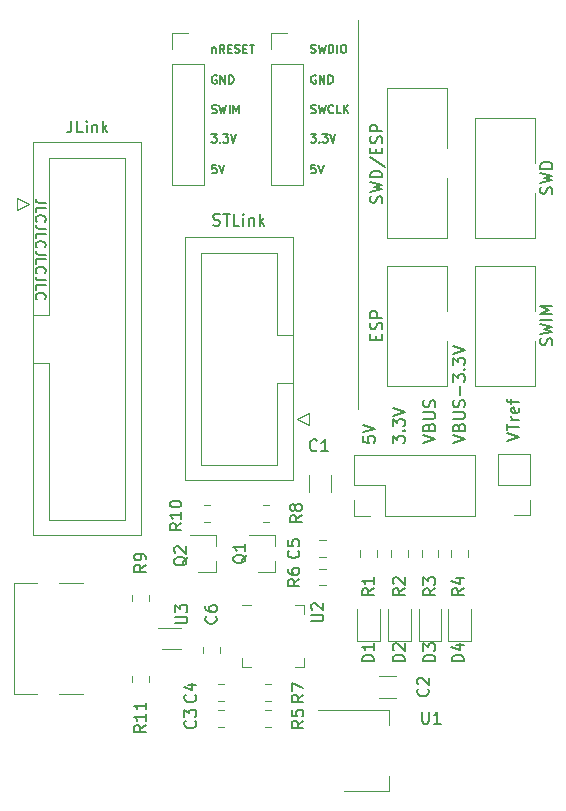
<source format=gto>
G04 #@! TF.GenerationSoftware,KiCad,Pcbnew,(5.1.10)-1*
G04 #@! TF.CreationDate,2021-10-05T03:14:11+03:00*
G04 #@! TF.ProjectId,programming_board,70726f67-7261-46d6-9d69-6e675f626f61,rev?*
G04 #@! TF.SameCoordinates,Original*
G04 #@! TF.FileFunction,Legend,Top*
G04 #@! TF.FilePolarity,Positive*
%FSLAX46Y46*%
G04 Gerber Fmt 4.6, Leading zero omitted, Abs format (unit mm)*
G04 Created by KiCad (PCBNEW (5.1.10)-1) date 2021-10-05 03:14:11*
%MOMM*%
%LPD*%
G01*
G04 APERTURE LIST*
%ADD10C,0.150000*%
%ADD11C,0.120000*%
%ADD12C,1.000000*%
%ADD13C,1.700000*%
%ADD14R,3.350000X3.350000*%
%ADD15O,1.700000X1.700000*%
%ADD16R,1.700000X1.700000*%
%ADD17R,0.500000X0.375000*%
%ADD18R,0.650000X0.300000*%
%ADD19R,2.000000X1.500000*%
%ADD20R,2.000000X3.800000*%
%ADD21R,0.900000X0.800000*%
%ADD22R,1.450000X0.600000*%
%ADD23R,1.450000X0.300000*%
%ADD24O,2.100000X1.000000*%
%ADD25C,0.650000*%
%ADD26O,1.600000X1.000000*%
%ADD27C,0.800000*%
%ADD28C,6.400000*%
G04 APERTURE END LIST*
D10*
X158565476Y-59523809D02*
X157958333Y-59523809D01*
X157836904Y-59483333D01*
X157755952Y-59402380D01*
X157715476Y-59280952D01*
X157715476Y-59200000D01*
X157715476Y-60333333D02*
X157715476Y-59928571D01*
X158565476Y-59928571D01*
X157796428Y-61102380D02*
X157755952Y-61061904D01*
X157715476Y-60940476D01*
X157715476Y-60859523D01*
X157755952Y-60738095D01*
X157836904Y-60657142D01*
X157917857Y-60616666D01*
X158079761Y-60576190D01*
X158201190Y-60576190D01*
X158363095Y-60616666D01*
X158444047Y-60657142D01*
X158525000Y-60738095D01*
X158565476Y-60859523D01*
X158565476Y-60940476D01*
X158525000Y-61061904D01*
X158484523Y-61102380D01*
X158565476Y-61709523D02*
X157958333Y-61709523D01*
X157836904Y-61669047D01*
X157755952Y-61588095D01*
X157715476Y-61466666D01*
X157715476Y-61385714D01*
X157715476Y-62519047D02*
X157715476Y-62114285D01*
X158565476Y-62114285D01*
X157796428Y-63288095D02*
X157755952Y-63247619D01*
X157715476Y-63126190D01*
X157715476Y-63045238D01*
X157755952Y-62923809D01*
X157836904Y-62842857D01*
X157917857Y-62802380D01*
X158079761Y-62761904D01*
X158201190Y-62761904D01*
X158363095Y-62802380D01*
X158444047Y-62842857D01*
X158525000Y-62923809D01*
X158565476Y-63045238D01*
X158565476Y-63126190D01*
X158525000Y-63247619D01*
X158484523Y-63288095D01*
X158565476Y-63895238D02*
X157958333Y-63895238D01*
X157836904Y-63854761D01*
X157755952Y-63773809D01*
X157715476Y-63652380D01*
X157715476Y-63571428D01*
X157715476Y-64704761D02*
X157715476Y-64300000D01*
X158565476Y-64300000D01*
X157796428Y-65473809D02*
X157755952Y-65433333D01*
X157715476Y-65311904D01*
X157715476Y-65230952D01*
X157755952Y-65109523D01*
X157836904Y-65028571D01*
X157917857Y-64988095D01*
X158079761Y-64947619D01*
X158201190Y-64947619D01*
X158363095Y-64988095D01*
X158444047Y-65028571D01*
X158525000Y-65109523D01*
X158565476Y-65230952D01*
X158565476Y-65311904D01*
X158525000Y-65433333D01*
X158484523Y-65473809D01*
X158565476Y-66080952D02*
X157958333Y-66080952D01*
X157836904Y-66040476D01*
X157755952Y-65959523D01*
X157715476Y-65838095D01*
X157715476Y-65757142D01*
X157715476Y-66890476D02*
X157715476Y-66485714D01*
X158565476Y-66485714D01*
X157796428Y-67659523D02*
X157755952Y-67619047D01*
X157715476Y-67497619D01*
X157715476Y-67416666D01*
X157755952Y-67295238D01*
X157836904Y-67214285D01*
X157917857Y-67173809D01*
X158079761Y-67133333D01*
X158201190Y-67133333D01*
X158363095Y-67173809D01*
X158444047Y-67214285D01*
X158525000Y-67295238D01*
X158565476Y-67416666D01*
X158565476Y-67497619D01*
X158525000Y-67619047D01*
X158484523Y-67659523D01*
D11*
X185000000Y-44000000D02*
X185000000Y-77000000D01*
D10*
X201404761Y-58757142D02*
X201452380Y-58614285D01*
X201452380Y-58376190D01*
X201404761Y-58280952D01*
X201357142Y-58233333D01*
X201261904Y-58185714D01*
X201166666Y-58185714D01*
X201071428Y-58233333D01*
X201023809Y-58280952D01*
X200976190Y-58376190D01*
X200928571Y-58566666D01*
X200880952Y-58661904D01*
X200833333Y-58709523D01*
X200738095Y-58757142D01*
X200642857Y-58757142D01*
X200547619Y-58709523D01*
X200500000Y-58661904D01*
X200452380Y-58566666D01*
X200452380Y-58328571D01*
X200500000Y-58185714D01*
X200452380Y-57852380D02*
X201452380Y-57614285D01*
X200738095Y-57423809D01*
X201452380Y-57233333D01*
X200452380Y-56995238D01*
X201452380Y-56614285D02*
X200452380Y-56614285D01*
X200452380Y-56376190D01*
X200500000Y-56233333D01*
X200595238Y-56138095D01*
X200690476Y-56090476D01*
X200880952Y-56042857D01*
X201023809Y-56042857D01*
X201214285Y-56090476D01*
X201309523Y-56138095D01*
X201404761Y-56233333D01*
X201452380Y-56376190D01*
X201452380Y-56614285D01*
X201404761Y-71566666D02*
X201452380Y-71423809D01*
X201452380Y-71185714D01*
X201404761Y-71090476D01*
X201357142Y-71042857D01*
X201261904Y-70995238D01*
X201166666Y-70995238D01*
X201071428Y-71042857D01*
X201023809Y-71090476D01*
X200976190Y-71185714D01*
X200928571Y-71376190D01*
X200880952Y-71471428D01*
X200833333Y-71519047D01*
X200738095Y-71566666D01*
X200642857Y-71566666D01*
X200547619Y-71519047D01*
X200500000Y-71471428D01*
X200452380Y-71376190D01*
X200452380Y-71138095D01*
X200500000Y-70995238D01*
X200452380Y-70661904D02*
X201452380Y-70423809D01*
X200738095Y-70233333D01*
X201452380Y-70042857D01*
X200452380Y-69804761D01*
X201452380Y-69423809D02*
X200452380Y-69423809D01*
X201452380Y-68947619D02*
X200452380Y-68947619D01*
X201166666Y-68614285D01*
X200452380Y-68280952D01*
X201452380Y-68280952D01*
X187004761Y-59509523D02*
X187052380Y-59366666D01*
X187052380Y-59128571D01*
X187004761Y-59033333D01*
X186957142Y-58985714D01*
X186861904Y-58938095D01*
X186766666Y-58938095D01*
X186671428Y-58985714D01*
X186623809Y-59033333D01*
X186576190Y-59128571D01*
X186528571Y-59319047D01*
X186480952Y-59414285D01*
X186433333Y-59461904D01*
X186338095Y-59509523D01*
X186242857Y-59509523D01*
X186147619Y-59461904D01*
X186100000Y-59414285D01*
X186052380Y-59319047D01*
X186052380Y-59080952D01*
X186100000Y-58938095D01*
X186052380Y-58604761D02*
X187052380Y-58366666D01*
X186338095Y-58176190D01*
X187052380Y-57985714D01*
X186052380Y-57747619D01*
X187052380Y-57366666D02*
X186052380Y-57366666D01*
X186052380Y-57128571D01*
X186100000Y-56985714D01*
X186195238Y-56890476D01*
X186290476Y-56842857D01*
X186480952Y-56795238D01*
X186623809Y-56795238D01*
X186814285Y-56842857D01*
X186909523Y-56890476D01*
X187004761Y-56985714D01*
X187052380Y-57128571D01*
X187052380Y-57366666D01*
X186004761Y-55652380D02*
X187290476Y-56509523D01*
X186528571Y-55319047D02*
X186528571Y-54985714D01*
X187052380Y-54842857D02*
X187052380Y-55319047D01*
X186052380Y-55319047D01*
X186052380Y-54842857D01*
X187004761Y-54461904D02*
X187052380Y-54319047D01*
X187052380Y-54080952D01*
X187004761Y-53985714D01*
X186957142Y-53938095D01*
X186861904Y-53890476D01*
X186766666Y-53890476D01*
X186671428Y-53938095D01*
X186623809Y-53985714D01*
X186576190Y-54080952D01*
X186528571Y-54271428D01*
X186480952Y-54366666D01*
X186433333Y-54414285D01*
X186338095Y-54461904D01*
X186242857Y-54461904D01*
X186147619Y-54414285D01*
X186100000Y-54366666D01*
X186052380Y-54271428D01*
X186052380Y-54033333D01*
X186100000Y-53890476D01*
X187052380Y-53461904D02*
X186052380Y-53461904D01*
X186052380Y-53080952D01*
X186100000Y-52985714D01*
X186147619Y-52938095D01*
X186242857Y-52890476D01*
X186385714Y-52890476D01*
X186480952Y-52938095D01*
X186528571Y-52985714D01*
X186576190Y-53080952D01*
X186576190Y-53461904D01*
X186528571Y-71090476D02*
X186528571Y-70757142D01*
X187052380Y-70614285D02*
X187052380Y-71090476D01*
X186052380Y-71090476D01*
X186052380Y-70614285D01*
X187004761Y-70233333D02*
X187052380Y-70090476D01*
X187052380Y-69852380D01*
X187004761Y-69757142D01*
X186957142Y-69709523D01*
X186861904Y-69661904D01*
X186766666Y-69661904D01*
X186671428Y-69709523D01*
X186623809Y-69757142D01*
X186576190Y-69852380D01*
X186528571Y-70042857D01*
X186480952Y-70138095D01*
X186433333Y-70185714D01*
X186338095Y-70233333D01*
X186242857Y-70233333D01*
X186147619Y-70185714D01*
X186100000Y-70138095D01*
X186052380Y-70042857D01*
X186052380Y-69804761D01*
X186100000Y-69661904D01*
X187052380Y-69233333D02*
X186052380Y-69233333D01*
X186052380Y-68852380D01*
X186100000Y-68757142D01*
X186147619Y-68709523D01*
X186242857Y-68661904D01*
X186385714Y-68661904D01*
X186480952Y-68709523D01*
X186528571Y-68757142D01*
X186576190Y-68852380D01*
X186576190Y-69233333D01*
X197652380Y-79638095D02*
X198652380Y-79304761D01*
X197652380Y-78971428D01*
X197652380Y-78780952D02*
X197652380Y-78209523D01*
X198652380Y-78495238D02*
X197652380Y-78495238D01*
X198652380Y-77876190D02*
X197985714Y-77876190D01*
X198176190Y-77876190D02*
X198080952Y-77828571D01*
X198033333Y-77780952D01*
X197985714Y-77685714D01*
X197985714Y-77590476D01*
X198604761Y-76876190D02*
X198652380Y-76971428D01*
X198652380Y-77161904D01*
X198604761Y-77257142D01*
X198509523Y-77304761D01*
X198128571Y-77304761D01*
X198033333Y-77257142D01*
X197985714Y-77161904D01*
X197985714Y-76971428D01*
X198033333Y-76876190D01*
X198128571Y-76828571D01*
X198223809Y-76828571D01*
X198319047Y-77304761D01*
X197985714Y-76542857D02*
X197985714Y-76161904D01*
X198652380Y-76400000D02*
X197795238Y-76400000D01*
X197700000Y-76352380D01*
X197652380Y-76257142D01*
X197652380Y-76161904D01*
X193052380Y-79807261D02*
X194052380Y-79473928D01*
X193052380Y-79140595D01*
X193528571Y-78473928D02*
X193576190Y-78331071D01*
X193623809Y-78283452D01*
X193719047Y-78235833D01*
X193861904Y-78235833D01*
X193957142Y-78283452D01*
X194004761Y-78331071D01*
X194052380Y-78426309D01*
X194052380Y-78807261D01*
X193052380Y-78807261D01*
X193052380Y-78473928D01*
X193100000Y-78378690D01*
X193147619Y-78331071D01*
X193242857Y-78283452D01*
X193338095Y-78283452D01*
X193433333Y-78331071D01*
X193480952Y-78378690D01*
X193528571Y-78473928D01*
X193528571Y-78807261D01*
X193052380Y-77807261D02*
X193861904Y-77807261D01*
X193957142Y-77759642D01*
X194004761Y-77712023D01*
X194052380Y-77616785D01*
X194052380Y-77426309D01*
X194004761Y-77331071D01*
X193957142Y-77283452D01*
X193861904Y-77235833D01*
X193052380Y-77235833D01*
X194004761Y-76807261D02*
X194052380Y-76664404D01*
X194052380Y-76426309D01*
X194004761Y-76331071D01*
X193957142Y-76283452D01*
X193861904Y-76235833D01*
X193766666Y-76235833D01*
X193671428Y-76283452D01*
X193623809Y-76331071D01*
X193576190Y-76426309D01*
X193528571Y-76616785D01*
X193480952Y-76712023D01*
X193433333Y-76759642D01*
X193338095Y-76807261D01*
X193242857Y-76807261D01*
X193147619Y-76759642D01*
X193100000Y-76712023D01*
X193052380Y-76616785D01*
X193052380Y-76378690D01*
X193100000Y-76235833D01*
X193671428Y-75807261D02*
X193671428Y-75045357D01*
X193052380Y-74664404D02*
X193052380Y-74045357D01*
X193433333Y-74378690D01*
X193433333Y-74235833D01*
X193480952Y-74140595D01*
X193528571Y-74092976D01*
X193623809Y-74045357D01*
X193861904Y-74045357D01*
X193957142Y-74092976D01*
X194004761Y-74140595D01*
X194052380Y-74235833D01*
X194052380Y-74521547D01*
X194004761Y-74616785D01*
X193957142Y-74664404D01*
X193957142Y-73616785D02*
X194004761Y-73569166D01*
X194052380Y-73616785D01*
X194004761Y-73664404D01*
X193957142Y-73616785D01*
X194052380Y-73616785D01*
X193052380Y-73235833D02*
X193052380Y-72616785D01*
X193433333Y-72950119D01*
X193433333Y-72807261D01*
X193480952Y-72712023D01*
X193528571Y-72664404D01*
X193623809Y-72616785D01*
X193861904Y-72616785D01*
X193957142Y-72664404D01*
X194004761Y-72712023D01*
X194052380Y-72807261D01*
X194052380Y-73092976D01*
X194004761Y-73188214D01*
X193957142Y-73235833D01*
X193052380Y-72331071D02*
X194052380Y-71997738D01*
X193052380Y-71664404D01*
X190552380Y-79807261D02*
X191552380Y-79473928D01*
X190552380Y-79140595D01*
X191028571Y-78473928D02*
X191076190Y-78331071D01*
X191123809Y-78283452D01*
X191219047Y-78235833D01*
X191361904Y-78235833D01*
X191457142Y-78283452D01*
X191504761Y-78331071D01*
X191552380Y-78426309D01*
X191552380Y-78807261D01*
X190552380Y-78807261D01*
X190552380Y-78473928D01*
X190600000Y-78378690D01*
X190647619Y-78331071D01*
X190742857Y-78283452D01*
X190838095Y-78283452D01*
X190933333Y-78331071D01*
X190980952Y-78378690D01*
X191028571Y-78473928D01*
X191028571Y-78807261D01*
X190552380Y-77807261D02*
X191361904Y-77807261D01*
X191457142Y-77759642D01*
X191504761Y-77712023D01*
X191552380Y-77616785D01*
X191552380Y-77426309D01*
X191504761Y-77331071D01*
X191457142Y-77283452D01*
X191361904Y-77235833D01*
X190552380Y-77235833D01*
X191504761Y-76807261D02*
X191552380Y-76664404D01*
X191552380Y-76426309D01*
X191504761Y-76331071D01*
X191457142Y-76283452D01*
X191361904Y-76235833D01*
X191266666Y-76235833D01*
X191171428Y-76283452D01*
X191123809Y-76331071D01*
X191076190Y-76426309D01*
X191028571Y-76616785D01*
X190980952Y-76712023D01*
X190933333Y-76759642D01*
X190838095Y-76807261D01*
X190742857Y-76807261D01*
X190647619Y-76759642D01*
X190600000Y-76712023D01*
X190552380Y-76616785D01*
X190552380Y-76378690D01*
X190600000Y-76235833D01*
X187952380Y-79859642D02*
X187952380Y-79240595D01*
X188333333Y-79573928D01*
X188333333Y-79431071D01*
X188380952Y-79335833D01*
X188428571Y-79288214D01*
X188523809Y-79240595D01*
X188761904Y-79240595D01*
X188857142Y-79288214D01*
X188904761Y-79335833D01*
X188952380Y-79431071D01*
X188952380Y-79716785D01*
X188904761Y-79812023D01*
X188857142Y-79859642D01*
X188857142Y-78812023D02*
X188904761Y-78764404D01*
X188952380Y-78812023D01*
X188904761Y-78859642D01*
X188857142Y-78812023D01*
X188952380Y-78812023D01*
X187952380Y-78431071D02*
X187952380Y-77812023D01*
X188333333Y-78145357D01*
X188333333Y-78002500D01*
X188380952Y-77907261D01*
X188428571Y-77859642D01*
X188523809Y-77812023D01*
X188761904Y-77812023D01*
X188857142Y-77859642D01*
X188904761Y-77907261D01*
X188952380Y-78002500D01*
X188952380Y-78288214D01*
X188904761Y-78383452D01*
X188857142Y-78431071D01*
X187952380Y-77526309D02*
X188952380Y-77192976D01*
X187952380Y-76859642D01*
X185452380Y-79288214D02*
X185452380Y-79764404D01*
X185928571Y-79812023D01*
X185880952Y-79764404D01*
X185833333Y-79669166D01*
X185833333Y-79431071D01*
X185880952Y-79335833D01*
X185928571Y-79288214D01*
X186023809Y-79240595D01*
X186261904Y-79240595D01*
X186357142Y-79288214D01*
X186404761Y-79335833D01*
X186452380Y-79431071D01*
X186452380Y-79669166D01*
X186404761Y-79764404D01*
X186357142Y-79812023D01*
X185452380Y-78954880D02*
X186452380Y-78621547D01*
X185452380Y-78288214D01*
X180997500Y-53716666D02*
X181430833Y-53716666D01*
X181197500Y-53983333D01*
X181297500Y-53983333D01*
X181364166Y-54016666D01*
X181397500Y-54050000D01*
X181430833Y-54116666D01*
X181430833Y-54283333D01*
X181397500Y-54350000D01*
X181364166Y-54383333D01*
X181297500Y-54416666D01*
X181097500Y-54416666D01*
X181030833Y-54383333D01*
X180997500Y-54350000D01*
X181730833Y-54350000D02*
X181764166Y-54383333D01*
X181730833Y-54416666D01*
X181697500Y-54383333D01*
X181730833Y-54350000D01*
X181730833Y-54416666D01*
X181997500Y-53716666D02*
X182430833Y-53716666D01*
X182197500Y-53983333D01*
X182297500Y-53983333D01*
X182364166Y-54016666D01*
X182397500Y-54050000D01*
X182430833Y-54116666D01*
X182430833Y-54283333D01*
X182397500Y-54350000D01*
X182364166Y-54383333D01*
X182297500Y-54416666D01*
X182097500Y-54416666D01*
X182030833Y-54383333D01*
X181997500Y-54350000D01*
X182630833Y-53716666D02*
X182864166Y-54416666D01*
X183097500Y-53716666D01*
X181397500Y-56316666D02*
X181064166Y-56316666D01*
X181030833Y-56650000D01*
X181064166Y-56616666D01*
X181130833Y-56583333D01*
X181297500Y-56583333D01*
X181364166Y-56616666D01*
X181397500Y-56650000D01*
X181430833Y-56716666D01*
X181430833Y-56883333D01*
X181397500Y-56950000D01*
X181364166Y-56983333D01*
X181297500Y-57016666D01*
X181130833Y-57016666D01*
X181064166Y-56983333D01*
X181030833Y-56950000D01*
X181630833Y-56316666D02*
X181864166Y-57016666D01*
X182097500Y-56316666D01*
X181030833Y-51883333D02*
X181130833Y-51916666D01*
X181297500Y-51916666D01*
X181364166Y-51883333D01*
X181397500Y-51850000D01*
X181430833Y-51783333D01*
X181430833Y-51716666D01*
X181397500Y-51650000D01*
X181364166Y-51616666D01*
X181297500Y-51583333D01*
X181164166Y-51550000D01*
X181097500Y-51516666D01*
X181064166Y-51483333D01*
X181030833Y-51416666D01*
X181030833Y-51350000D01*
X181064166Y-51283333D01*
X181097500Y-51250000D01*
X181164166Y-51216666D01*
X181330833Y-51216666D01*
X181430833Y-51250000D01*
X181664166Y-51216666D02*
X181830833Y-51916666D01*
X181964166Y-51416666D01*
X182097500Y-51916666D01*
X182264166Y-51216666D01*
X182930833Y-51850000D02*
X182897500Y-51883333D01*
X182797500Y-51916666D01*
X182730833Y-51916666D01*
X182630833Y-51883333D01*
X182564166Y-51816666D01*
X182530833Y-51750000D01*
X182497500Y-51616666D01*
X182497500Y-51516666D01*
X182530833Y-51383333D01*
X182564166Y-51316666D01*
X182630833Y-51250000D01*
X182730833Y-51216666D01*
X182797500Y-51216666D01*
X182897500Y-51250000D01*
X182930833Y-51283333D01*
X183564166Y-51916666D02*
X183230833Y-51916666D01*
X183230833Y-51216666D01*
X183797500Y-51916666D02*
X183797500Y-51216666D01*
X184197500Y-51916666D02*
X183897500Y-51516666D01*
X184197500Y-51216666D02*
X183797500Y-51616666D01*
X181430833Y-48750000D02*
X181364166Y-48716666D01*
X181264166Y-48716666D01*
X181164166Y-48750000D01*
X181097500Y-48816666D01*
X181064166Y-48883333D01*
X181030833Y-49016666D01*
X181030833Y-49116666D01*
X181064166Y-49250000D01*
X181097500Y-49316666D01*
X181164166Y-49383333D01*
X181264166Y-49416666D01*
X181330833Y-49416666D01*
X181430833Y-49383333D01*
X181464166Y-49350000D01*
X181464166Y-49116666D01*
X181330833Y-49116666D01*
X181764166Y-49416666D02*
X181764166Y-48716666D01*
X182164166Y-49416666D01*
X182164166Y-48716666D01*
X182497500Y-49416666D02*
X182497500Y-48716666D01*
X182664166Y-48716666D01*
X182764166Y-48750000D01*
X182830833Y-48816666D01*
X182864166Y-48883333D01*
X182897500Y-49016666D01*
X182897500Y-49116666D01*
X182864166Y-49250000D01*
X182830833Y-49316666D01*
X182764166Y-49383333D01*
X182664166Y-49416666D01*
X182497500Y-49416666D01*
X181030833Y-46783333D02*
X181130833Y-46816666D01*
X181297500Y-46816666D01*
X181364166Y-46783333D01*
X181397500Y-46750000D01*
X181430833Y-46683333D01*
X181430833Y-46616666D01*
X181397500Y-46550000D01*
X181364166Y-46516666D01*
X181297500Y-46483333D01*
X181164166Y-46450000D01*
X181097500Y-46416666D01*
X181064166Y-46383333D01*
X181030833Y-46316666D01*
X181030833Y-46250000D01*
X181064166Y-46183333D01*
X181097500Y-46150000D01*
X181164166Y-46116666D01*
X181330833Y-46116666D01*
X181430833Y-46150000D01*
X181664166Y-46116666D02*
X181830833Y-46816666D01*
X181964166Y-46316666D01*
X182097500Y-46816666D01*
X182264166Y-46116666D01*
X182530833Y-46816666D02*
X182530833Y-46116666D01*
X182697500Y-46116666D01*
X182797500Y-46150000D01*
X182864166Y-46216666D01*
X182897500Y-46283333D01*
X182930833Y-46416666D01*
X182930833Y-46516666D01*
X182897500Y-46650000D01*
X182864166Y-46716666D01*
X182797500Y-46783333D01*
X182697500Y-46816666D01*
X182530833Y-46816666D01*
X183230833Y-46816666D02*
X183230833Y-46116666D01*
X183697500Y-46116666D02*
X183830833Y-46116666D01*
X183897500Y-46150000D01*
X183964166Y-46216666D01*
X183997500Y-46350000D01*
X183997500Y-46583333D01*
X183964166Y-46716666D01*
X183897500Y-46783333D01*
X183830833Y-46816666D01*
X183697500Y-46816666D01*
X183630833Y-46783333D01*
X183564166Y-46716666D01*
X183530833Y-46583333D01*
X183530833Y-46350000D01*
X183564166Y-46216666D01*
X183630833Y-46150000D01*
X183697500Y-46116666D01*
X172733333Y-61404761D02*
X172876190Y-61452380D01*
X173114285Y-61452380D01*
X173209523Y-61404761D01*
X173257142Y-61357142D01*
X173304761Y-61261904D01*
X173304761Y-61166666D01*
X173257142Y-61071428D01*
X173209523Y-61023809D01*
X173114285Y-60976190D01*
X172923809Y-60928571D01*
X172828571Y-60880952D01*
X172780952Y-60833333D01*
X172733333Y-60738095D01*
X172733333Y-60642857D01*
X172780952Y-60547619D01*
X172828571Y-60500000D01*
X172923809Y-60452380D01*
X173161904Y-60452380D01*
X173304761Y-60500000D01*
X173590476Y-60452380D02*
X174161904Y-60452380D01*
X173876190Y-61452380D02*
X173876190Y-60452380D01*
X174971428Y-61452380D02*
X174495238Y-61452380D01*
X174495238Y-60452380D01*
X175304761Y-61452380D02*
X175304761Y-60785714D01*
X175304761Y-60452380D02*
X175257142Y-60500000D01*
X175304761Y-60547619D01*
X175352380Y-60500000D01*
X175304761Y-60452380D01*
X175304761Y-60547619D01*
X175780952Y-60785714D02*
X175780952Y-61452380D01*
X175780952Y-60880952D02*
X175828571Y-60833333D01*
X175923809Y-60785714D01*
X176066666Y-60785714D01*
X176161904Y-60833333D01*
X176209523Y-60928571D01*
X176209523Y-61452380D01*
X176685714Y-61452380D02*
X176685714Y-60452380D01*
X176780952Y-61071428D02*
X177066666Y-61452380D01*
X177066666Y-60785714D02*
X176685714Y-61166666D01*
X172664166Y-46350000D02*
X172664166Y-46816666D01*
X172664166Y-46416666D02*
X172697500Y-46383333D01*
X172764166Y-46350000D01*
X172864166Y-46350000D01*
X172930833Y-46383333D01*
X172964166Y-46450000D01*
X172964166Y-46816666D01*
X173697500Y-46816666D02*
X173464166Y-46483333D01*
X173297500Y-46816666D02*
X173297500Y-46116666D01*
X173564166Y-46116666D01*
X173630833Y-46150000D01*
X173664166Y-46183333D01*
X173697500Y-46250000D01*
X173697500Y-46350000D01*
X173664166Y-46416666D01*
X173630833Y-46450000D01*
X173564166Y-46483333D01*
X173297500Y-46483333D01*
X173997500Y-46450000D02*
X174230833Y-46450000D01*
X174330833Y-46816666D02*
X173997500Y-46816666D01*
X173997500Y-46116666D01*
X174330833Y-46116666D01*
X174597500Y-46783333D02*
X174697500Y-46816666D01*
X174864166Y-46816666D01*
X174930833Y-46783333D01*
X174964166Y-46750000D01*
X174997500Y-46683333D01*
X174997500Y-46616666D01*
X174964166Y-46550000D01*
X174930833Y-46516666D01*
X174864166Y-46483333D01*
X174730833Y-46450000D01*
X174664166Y-46416666D01*
X174630833Y-46383333D01*
X174597500Y-46316666D01*
X174597500Y-46250000D01*
X174630833Y-46183333D01*
X174664166Y-46150000D01*
X174730833Y-46116666D01*
X174897500Y-46116666D01*
X174997500Y-46150000D01*
X175297500Y-46450000D02*
X175530833Y-46450000D01*
X175630833Y-46816666D02*
X175297500Y-46816666D01*
X175297500Y-46116666D01*
X175630833Y-46116666D01*
X175830833Y-46116666D02*
X176230833Y-46116666D01*
X176030833Y-46816666D02*
X176030833Y-46116666D01*
X173030833Y-48750000D02*
X172964166Y-48716666D01*
X172864166Y-48716666D01*
X172764166Y-48750000D01*
X172697500Y-48816666D01*
X172664166Y-48883333D01*
X172630833Y-49016666D01*
X172630833Y-49116666D01*
X172664166Y-49250000D01*
X172697500Y-49316666D01*
X172764166Y-49383333D01*
X172864166Y-49416666D01*
X172930833Y-49416666D01*
X173030833Y-49383333D01*
X173064166Y-49350000D01*
X173064166Y-49116666D01*
X172930833Y-49116666D01*
X173364166Y-49416666D02*
X173364166Y-48716666D01*
X173764166Y-49416666D01*
X173764166Y-48716666D01*
X174097500Y-49416666D02*
X174097500Y-48716666D01*
X174264166Y-48716666D01*
X174364166Y-48750000D01*
X174430833Y-48816666D01*
X174464166Y-48883333D01*
X174497500Y-49016666D01*
X174497500Y-49116666D01*
X174464166Y-49250000D01*
X174430833Y-49316666D01*
X174364166Y-49383333D01*
X174264166Y-49416666D01*
X174097500Y-49416666D01*
X172630833Y-51883333D02*
X172730833Y-51916666D01*
X172897500Y-51916666D01*
X172964166Y-51883333D01*
X172997500Y-51850000D01*
X173030833Y-51783333D01*
X173030833Y-51716666D01*
X172997500Y-51650000D01*
X172964166Y-51616666D01*
X172897500Y-51583333D01*
X172764166Y-51550000D01*
X172697500Y-51516666D01*
X172664166Y-51483333D01*
X172630833Y-51416666D01*
X172630833Y-51350000D01*
X172664166Y-51283333D01*
X172697500Y-51250000D01*
X172764166Y-51216666D01*
X172930833Y-51216666D01*
X173030833Y-51250000D01*
X173264166Y-51216666D02*
X173430833Y-51916666D01*
X173564166Y-51416666D01*
X173697500Y-51916666D01*
X173864166Y-51216666D01*
X174130833Y-51916666D02*
X174130833Y-51216666D01*
X174464166Y-51916666D02*
X174464166Y-51216666D01*
X174697500Y-51716666D01*
X174930833Y-51216666D01*
X174930833Y-51916666D01*
X172597500Y-53716666D02*
X173030833Y-53716666D01*
X172797500Y-53983333D01*
X172897500Y-53983333D01*
X172964166Y-54016666D01*
X172997500Y-54050000D01*
X173030833Y-54116666D01*
X173030833Y-54283333D01*
X172997500Y-54350000D01*
X172964166Y-54383333D01*
X172897500Y-54416666D01*
X172697500Y-54416666D01*
X172630833Y-54383333D01*
X172597500Y-54350000D01*
X173330833Y-54350000D02*
X173364166Y-54383333D01*
X173330833Y-54416666D01*
X173297500Y-54383333D01*
X173330833Y-54350000D01*
X173330833Y-54416666D01*
X173597500Y-53716666D02*
X174030833Y-53716666D01*
X173797500Y-53983333D01*
X173897500Y-53983333D01*
X173964166Y-54016666D01*
X173997500Y-54050000D01*
X174030833Y-54116666D01*
X174030833Y-54283333D01*
X173997500Y-54350000D01*
X173964166Y-54383333D01*
X173897500Y-54416666D01*
X173697500Y-54416666D01*
X173630833Y-54383333D01*
X173597500Y-54350000D01*
X174230833Y-53716666D02*
X174464166Y-54416666D01*
X174697500Y-53716666D01*
X172997500Y-56316666D02*
X172664166Y-56316666D01*
X172630833Y-56650000D01*
X172664166Y-56616666D01*
X172730833Y-56583333D01*
X172897500Y-56583333D01*
X172964166Y-56616666D01*
X172997500Y-56650000D01*
X173030833Y-56716666D01*
X173030833Y-56883333D01*
X172997500Y-56950000D01*
X172964166Y-56983333D01*
X172897500Y-57016666D01*
X172730833Y-57016666D01*
X172664166Y-56983333D01*
X172630833Y-56950000D01*
X173230833Y-56316666D02*
X173464166Y-57016666D01*
X173697500Y-56316666D01*
X160742857Y-52552380D02*
X160742857Y-53266666D01*
X160695238Y-53409523D01*
X160600000Y-53504761D01*
X160457142Y-53552380D01*
X160361904Y-53552380D01*
X161695238Y-53552380D02*
X161219047Y-53552380D01*
X161219047Y-52552380D01*
X162028571Y-53552380D02*
X162028571Y-52885714D01*
X162028571Y-52552380D02*
X161980952Y-52600000D01*
X162028571Y-52647619D01*
X162076190Y-52600000D01*
X162028571Y-52552380D01*
X162028571Y-52647619D01*
X162504761Y-52885714D02*
X162504761Y-53552380D01*
X162504761Y-52980952D02*
X162552380Y-52933333D01*
X162647619Y-52885714D01*
X162790476Y-52885714D01*
X162885714Y-52933333D01*
X162933333Y-53028571D01*
X162933333Y-53552380D01*
X163409523Y-53552380D02*
X163409523Y-52552380D01*
X163504761Y-53171428D02*
X163790476Y-53552380D01*
X163790476Y-52885714D02*
X163409523Y-53266666D01*
D11*
X187495000Y-71200000D02*
X187495000Y-75010000D01*
X187495000Y-75010000D02*
X192575000Y-75010000D01*
X192575000Y-75010000D02*
X192575000Y-71200000D01*
X187495000Y-71200000D02*
X187495000Y-64850000D01*
X187495000Y-64850000D02*
X192575000Y-64850000D01*
X192575000Y-64850000D02*
X192575000Y-68660000D01*
X192575000Y-49810000D02*
X192575000Y-54890000D01*
X187495000Y-49810000D02*
X192575000Y-49810000D01*
X187495000Y-58700000D02*
X187495000Y-49810000D01*
X192575000Y-62510000D02*
X192575000Y-57430000D01*
X187495000Y-62510000D02*
X192575000Y-62510000D01*
X187495000Y-58700000D02*
X187495000Y-62510000D01*
X194895000Y-58700000D02*
X194895000Y-62510000D01*
X194895000Y-62510000D02*
X199975000Y-62510000D01*
X199975000Y-62510000D02*
X199975000Y-58700000D01*
X194895000Y-58700000D02*
X194895000Y-52350000D01*
X194895000Y-52350000D02*
X199975000Y-52350000D01*
X199975000Y-52350000D02*
X199975000Y-56160000D01*
X157510000Y-54390000D02*
X166630000Y-54390000D01*
X166630000Y-54390000D02*
X166630000Y-87670000D01*
X166630000Y-87670000D02*
X157510000Y-87670000D01*
X157510000Y-87670000D02*
X157510000Y-54390000D01*
X157510000Y-68980000D02*
X158820000Y-68980000D01*
X158820000Y-68980000D02*
X158820000Y-55690000D01*
X158820000Y-55690000D02*
X165320000Y-55690000D01*
X165320000Y-55690000D02*
X165320000Y-86370000D01*
X165320000Y-86370000D02*
X158820000Y-86370000D01*
X158820000Y-86370000D02*
X158820000Y-73080000D01*
X158820000Y-73080000D02*
X158820000Y-73080000D01*
X158820000Y-73080000D02*
X157510000Y-73080000D01*
X157120000Y-59600000D02*
X156120000Y-59100000D01*
X156120000Y-59100000D02*
X156120000Y-60100000D01*
X156120000Y-60100000D02*
X157120000Y-59600000D01*
X194895000Y-71200000D02*
X194895000Y-75010000D01*
X194895000Y-75010000D02*
X199975000Y-75010000D01*
X199975000Y-75010000D02*
X199975000Y-71200000D01*
X194895000Y-71200000D02*
X194895000Y-64850000D01*
X194895000Y-64850000D02*
X199975000Y-64850000D01*
X199975000Y-64850000D02*
X199975000Y-68660000D01*
X175915000Y-93590000D02*
X175190000Y-93590000D01*
X180410000Y-98810000D02*
X180410000Y-98085000D01*
X179685000Y-98810000D02*
X180410000Y-98810000D01*
X175190000Y-98810000D02*
X175190000Y-98085000D01*
X175915000Y-98810000D02*
X175190000Y-98810000D01*
X180410000Y-93590000D02*
X180410000Y-94315000D01*
X179685000Y-93590000D02*
X180410000Y-93590000D01*
X199530000Y-85970000D02*
X198200000Y-85970000D01*
X199530000Y-84640000D02*
X199530000Y-85970000D01*
X199530000Y-83370000D02*
X196870000Y-83370000D01*
X196870000Y-83370000D02*
X196870000Y-80770000D01*
X199530000Y-83370000D02*
X199530000Y-80770000D01*
X199530000Y-80770000D02*
X196870000Y-80770000D01*
X168400000Y-97300000D02*
X170000000Y-97300000D01*
X170000000Y-95500000D02*
X168100000Y-95500000D01*
X181600000Y-102490000D02*
X187610000Y-102490000D01*
X183850000Y-109310000D02*
X187610000Y-109310000D01*
X187610000Y-102490000D02*
X187610000Y-103750000D01*
X187610000Y-109310000D02*
X187610000Y-108050000D01*
X167310000Y-100061252D02*
X167310000Y-99538748D01*
X165890000Y-100061252D02*
X165890000Y-99538748D01*
X171938748Y-86510000D02*
X172461252Y-86510000D01*
X171938748Y-85090000D02*
X172461252Y-85090000D01*
X165890000Y-92738748D02*
X165890000Y-93261252D01*
X167310000Y-92738748D02*
X167310000Y-93261252D01*
X176938748Y-86510000D02*
X177461252Y-86510000D01*
X176938748Y-85090000D02*
X177461252Y-85090000D01*
X177661252Y-100290000D02*
X177138748Y-100290000D01*
X177661252Y-101710000D02*
X177138748Y-101710000D01*
X181738748Y-91910000D02*
X182261252Y-91910000D01*
X181738748Y-90490000D02*
X182261252Y-90490000D01*
X177138748Y-103910000D02*
X177661252Y-103910000D01*
X177138748Y-102490000D02*
X177661252Y-102490000D01*
X192890000Y-88938748D02*
X192890000Y-89461252D01*
X194310000Y-88938748D02*
X194310000Y-89461252D01*
X190390000Y-88938748D02*
X190390000Y-89461252D01*
X191810000Y-88938748D02*
X191810000Y-89461252D01*
X187790000Y-88938748D02*
X187790000Y-89461252D01*
X189210000Y-88938748D02*
X189210000Y-89461252D01*
X185190000Y-88938748D02*
X185190000Y-89461252D01*
X186610000Y-88938748D02*
X186610000Y-89461252D01*
X172960000Y-90780000D02*
X171500000Y-90780000D01*
X172960000Y-87620000D02*
X170800000Y-87620000D01*
X172960000Y-87620000D02*
X172960000Y-88550000D01*
X172960000Y-90780000D02*
X172960000Y-89850000D01*
X177960000Y-90780000D02*
X176500000Y-90780000D01*
X177960000Y-87620000D02*
X175800000Y-87620000D01*
X177960000Y-87620000D02*
X177960000Y-88550000D01*
X177960000Y-90780000D02*
X177960000Y-89850000D01*
X155900000Y-91700000D02*
X155900000Y-101100000D01*
X161700000Y-101100000D02*
X159700000Y-101100000D01*
X157800000Y-101100000D02*
X155900000Y-101100000D01*
X161700000Y-91700000D02*
X159700000Y-91700000D01*
X157800000Y-91700000D02*
X155900000Y-91700000D01*
X177670000Y-45170000D02*
X179000000Y-45170000D01*
X177670000Y-46500000D02*
X177670000Y-45170000D01*
X177670000Y-47770000D02*
X180330000Y-47770000D01*
X180330000Y-47770000D02*
X180330000Y-57990000D01*
X177670000Y-47770000D02*
X177670000Y-57990000D01*
X177670000Y-57990000D02*
X180330000Y-57990000D01*
X169270000Y-45170000D02*
X170600000Y-45170000D01*
X169270000Y-46500000D02*
X169270000Y-45170000D01*
X169270000Y-47770000D02*
X171930000Y-47770000D01*
X171930000Y-47770000D02*
X171930000Y-57990000D01*
X169270000Y-47770000D02*
X169270000Y-57990000D01*
X169270000Y-57990000D02*
X171930000Y-57990000D01*
X180880000Y-77300000D02*
X179880000Y-77800000D01*
X180880000Y-78300000D02*
X180880000Y-77300000D01*
X179880000Y-77800000D02*
X180880000Y-78300000D01*
X178180000Y-70670000D02*
X179490000Y-70670000D01*
X178180000Y-70670000D02*
X178180000Y-70670000D01*
X178180000Y-63730000D02*
X178180000Y-70670000D01*
X171680000Y-63730000D02*
X178180000Y-63730000D01*
X171680000Y-81710000D02*
X171680000Y-63730000D01*
X178180000Y-81710000D02*
X171680000Y-81710000D01*
X178180000Y-74770000D02*
X178180000Y-81710000D01*
X179490000Y-74770000D02*
X178180000Y-74770000D01*
X179490000Y-62430000D02*
X179490000Y-83010000D01*
X170370000Y-62430000D02*
X179490000Y-62430000D01*
X170370000Y-83010000D02*
X170370000Y-62430000D01*
X179490000Y-83010000D02*
X170370000Y-83010000D01*
X184670000Y-86030000D02*
X184670000Y-84700000D01*
X186000000Y-86030000D02*
X184670000Y-86030000D01*
X184670000Y-83430000D02*
X184670000Y-80830000D01*
X187270000Y-83430000D02*
X184670000Y-83430000D01*
X187270000Y-86030000D02*
X187270000Y-83430000D01*
X184670000Y-80830000D02*
X194950000Y-80830000D01*
X187270000Y-86030000D02*
X194950000Y-86030000D01*
X194950000Y-86030000D02*
X194950000Y-80830000D01*
X194560000Y-96585000D02*
X194560000Y-93900000D01*
X192640000Y-96585000D02*
X194560000Y-96585000D01*
X192640000Y-93900000D02*
X192640000Y-96585000D01*
X192060000Y-96585000D02*
X192060000Y-93900000D01*
X190140000Y-96585000D02*
X192060000Y-96585000D01*
X190140000Y-93900000D02*
X190140000Y-96585000D01*
X189460000Y-96585000D02*
X189460000Y-93900000D01*
X187540000Y-96585000D02*
X189460000Y-96585000D01*
X187540000Y-93900000D02*
X187540000Y-96585000D01*
X186860000Y-96585000D02*
X186860000Y-93900000D01*
X184940000Y-96585000D02*
X186860000Y-96585000D01*
X184940000Y-93900000D02*
X184940000Y-96585000D01*
X171890000Y-97138748D02*
X171890000Y-97661252D01*
X173310000Y-97138748D02*
X173310000Y-97661252D01*
X181738748Y-89510000D02*
X182261252Y-89510000D01*
X181738748Y-88090000D02*
X182261252Y-88090000D01*
X173661252Y-100290000D02*
X173138748Y-100290000D01*
X173661252Y-101710000D02*
X173138748Y-101710000D01*
X173661252Y-102490000D02*
X173138748Y-102490000D01*
X173661252Y-103910000D02*
X173138748Y-103910000D01*
X188211252Y-99590000D02*
X186788748Y-99590000D01*
X188211252Y-101410000D02*
X186788748Y-101410000D01*
X180890000Y-82588748D02*
X180890000Y-84011252D01*
X182710000Y-82588748D02*
X182710000Y-84011252D01*
D10*
X181052380Y-94961904D02*
X181861904Y-94961904D01*
X181957142Y-94914285D01*
X182004761Y-94866666D01*
X182052380Y-94771428D01*
X182052380Y-94580952D01*
X182004761Y-94485714D01*
X181957142Y-94438095D01*
X181861904Y-94390476D01*
X181052380Y-94390476D01*
X181147619Y-93961904D02*
X181100000Y-93914285D01*
X181052380Y-93819047D01*
X181052380Y-93580952D01*
X181100000Y-93485714D01*
X181147619Y-93438095D01*
X181242857Y-93390476D01*
X181338095Y-93390476D01*
X181480952Y-93438095D01*
X182052380Y-94009523D01*
X182052380Y-93390476D01*
X169541380Y-95129904D02*
X170350904Y-95129904D01*
X170446142Y-95082285D01*
X170493761Y-95034666D01*
X170541380Y-94939428D01*
X170541380Y-94748952D01*
X170493761Y-94653714D01*
X170446142Y-94606095D01*
X170350904Y-94558476D01*
X169541380Y-94558476D01*
X169541380Y-94177523D02*
X169541380Y-93558476D01*
X169922333Y-93891809D01*
X169922333Y-93748952D01*
X169969952Y-93653714D01*
X170017571Y-93606095D01*
X170112809Y-93558476D01*
X170350904Y-93558476D01*
X170446142Y-93606095D01*
X170493761Y-93653714D01*
X170541380Y-93748952D01*
X170541380Y-94034666D01*
X170493761Y-94129904D01*
X170446142Y-94177523D01*
X190438095Y-102602380D02*
X190438095Y-103411904D01*
X190485714Y-103507142D01*
X190533333Y-103554761D01*
X190628571Y-103602380D01*
X190819047Y-103602380D01*
X190914285Y-103554761D01*
X190961904Y-103507142D01*
X191009523Y-103411904D01*
X191009523Y-102602380D01*
X192009523Y-103602380D02*
X191438095Y-103602380D01*
X191723809Y-103602380D02*
X191723809Y-102602380D01*
X191628571Y-102745238D01*
X191533333Y-102840476D01*
X191438095Y-102888095D01*
X167052380Y-103744857D02*
X166576190Y-104078190D01*
X167052380Y-104316285D02*
X166052380Y-104316285D01*
X166052380Y-103935333D01*
X166100000Y-103840095D01*
X166147619Y-103792476D01*
X166242857Y-103744857D01*
X166385714Y-103744857D01*
X166480952Y-103792476D01*
X166528571Y-103840095D01*
X166576190Y-103935333D01*
X166576190Y-104316285D01*
X167052380Y-102792476D02*
X167052380Y-103363904D01*
X167052380Y-103078190D02*
X166052380Y-103078190D01*
X166195238Y-103173428D01*
X166290476Y-103268666D01*
X166338095Y-103363904D01*
X167052380Y-101840095D02*
X167052380Y-102411523D01*
X167052380Y-102125809D02*
X166052380Y-102125809D01*
X166195238Y-102221047D01*
X166290476Y-102316285D01*
X166338095Y-102411523D01*
X170052380Y-86642857D02*
X169576190Y-86976190D01*
X170052380Y-87214285D02*
X169052380Y-87214285D01*
X169052380Y-86833333D01*
X169100000Y-86738095D01*
X169147619Y-86690476D01*
X169242857Y-86642857D01*
X169385714Y-86642857D01*
X169480952Y-86690476D01*
X169528571Y-86738095D01*
X169576190Y-86833333D01*
X169576190Y-87214285D01*
X170052380Y-85690476D02*
X170052380Y-86261904D01*
X170052380Y-85976190D02*
X169052380Y-85976190D01*
X169195238Y-86071428D01*
X169290476Y-86166666D01*
X169338095Y-86261904D01*
X169052380Y-85071428D02*
X169052380Y-84976190D01*
X169100000Y-84880952D01*
X169147619Y-84833333D01*
X169242857Y-84785714D01*
X169433333Y-84738095D01*
X169671428Y-84738095D01*
X169861904Y-84785714D01*
X169957142Y-84833333D01*
X170004761Y-84880952D01*
X170052380Y-84976190D01*
X170052380Y-85071428D01*
X170004761Y-85166666D01*
X169957142Y-85214285D01*
X169861904Y-85261904D01*
X169671428Y-85309523D01*
X169433333Y-85309523D01*
X169242857Y-85261904D01*
X169147619Y-85214285D01*
X169100000Y-85166666D01*
X169052380Y-85071428D01*
X167052380Y-90172666D02*
X166576190Y-90506000D01*
X167052380Y-90744095D02*
X166052380Y-90744095D01*
X166052380Y-90363142D01*
X166100000Y-90267904D01*
X166147619Y-90220285D01*
X166242857Y-90172666D01*
X166385714Y-90172666D01*
X166480952Y-90220285D01*
X166528571Y-90267904D01*
X166576190Y-90363142D01*
X166576190Y-90744095D01*
X167052380Y-89696476D02*
X167052380Y-89506000D01*
X167004761Y-89410761D01*
X166957142Y-89363142D01*
X166814285Y-89267904D01*
X166623809Y-89220285D01*
X166242857Y-89220285D01*
X166147619Y-89267904D01*
X166100000Y-89315523D01*
X166052380Y-89410761D01*
X166052380Y-89601238D01*
X166100000Y-89696476D01*
X166147619Y-89744095D01*
X166242857Y-89791714D01*
X166480952Y-89791714D01*
X166576190Y-89744095D01*
X166623809Y-89696476D01*
X166671428Y-89601238D01*
X166671428Y-89410761D01*
X166623809Y-89315523D01*
X166576190Y-89267904D01*
X166480952Y-89220285D01*
X180252380Y-85966666D02*
X179776190Y-86300000D01*
X180252380Y-86538095D02*
X179252380Y-86538095D01*
X179252380Y-86157142D01*
X179300000Y-86061904D01*
X179347619Y-86014285D01*
X179442857Y-85966666D01*
X179585714Y-85966666D01*
X179680952Y-86014285D01*
X179728571Y-86061904D01*
X179776190Y-86157142D01*
X179776190Y-86538095D01*
X179680952Y-85395238D02*
X179633333Y-85490476D01*
X179585714Y-85538095D01*
X179490476Y-85585714D01*
X179442857Y-85585714D01*
X179347619Y-85538095D01*
X179300000Y-85490476D01*
X179252380Y-85395238D01*
X179252380Y-85204761D01*
X179300000Y-85109523D01*
X179347619Y-85061904D01*
X179442857Y-85014285D01*
X179490476Y-85014285D01*
X179585714Y-85061904D01*
X179633333Y-85109523D01*
X179680952Y-85204761D01*
X179680952Y-85395238D01*
X179728571Y-85490476D01*
X179776190Y-85538095D01*
X179871428Y-85585714D01*
X180061904Y-85585714D01*
X180157142Y-85538095D01*
X180204761Y-85490476D01*
X180252380Y-85395238D01*
X180252380Y-85204761D01*
X180204761Y-85109523D01*
X180157142Y-85061904D01*
X180061904Y-85014285D01*
X179871428Y-85014285D01*
X179776190Y-85061904D01*
X179728571Y-85109523D01*
X179680952Y-85204761D01*
X180392380Y-101166666D02*
X179916190Y-101500000D01*
X180392380Y-101738095D02*
X179392380Y-101738095D01*
X179392380Y-101357142D01*
X179440000Y-101261904D01*
X179487619Y-101214285D01*
X179582857Y-101166666D01*
X179725714Y-101166666D01*
X179820952Y-101214285D01*
X179868571Y-101261904D01*
X179916190Y-101357142D01*
X179916190Y-101738095D01*
X179392380Y-100833333D02*
X179392380Y-100166666D01*
X180392380Y-100595238D01*
X180052380Y-91366666D02*
X179576190Y-91700000D01*
X180052380Y-91938095D02*
X179052380Y-91938095D01*
X179052380Y-91557142D01*
X179100000Y-91461904D01*
X179147619Y-91414285D01*
X179242857Y-91366666D01*
X179385714Y-91366666D01*
X179480952Y-91414285D01*
X179528571Y-91461904D01*
X179576190Y-91557142D01*
X179576190Y-91938095D01*
X179052380Y-90509523D02*
X179052380Y-90700000D01*
X179100000Y-90795238D01*
X179147619Y-90842857D01*
X179290476Y-90938095D01*
X179480952Y-90985714D01*
X179861904Y-90985714D01*
X179957142Y-90938095D01*
X180004761Y-90890476D01*
X180052380Y-90795238D01*
X180052380Y-90604761D01*
X180004761Y-90509523D01*
X179957142Y-90461904D01*
X179861904Y-90414285D01*
X179623809Y-90414285D01*
X179528571Y-90461904D01*
X179480952Y-90509523D01*
X179433333Y-90604761D01*
X179433333Y-90795238D01*
X179480952Y-90890476D01*
X179528571Y-90938095D01*
X179623809Y-90985714D01*
X180392380Y-103366666D02*
X179916190Y-103700000D01*
X180392380Y-103938095D02*
X179392380Y-103938095D01*
X179392380Y-103557142D01*
X179440000Y-103461904D01*
X179487619Y-103414285D01*
X179582857Y-103366666D01*
X179725714Y-103366666D01*
X179820952Y-103414285D01*
X179868571Y-103461904D01*
X179916190Y-103557142D01*
X179916190Y-103938095D01*
X179392380Y-102461904D02*
X179392380Y-102938095D01*
X179868571Y-102985714D01*
X179820952Y-102938095D01*
X179773333Y-102842857D01*
X179773333Y-102604761D01*
X179820952Y-102509523D01*
X179868571Y-102461904D01*
X179963809Y-102414285D01*
X180201904Y-102414285D01*
X180297142Y-102461904D01*
X180344761Y-102509523D01*
X180392380Y-102604761D01*
X180392380Y-102842857D01*
X180344761Y-102938095D01*
X180297142Y-102985714D01*
X193952380Y-92166666D02*
X193476190Y-92500000D01*
X193952380Y-92738095D02*
X192952380Y-92738095D01*
X192952380Y-92357142D01*
X193000000Y-92261904D01*
X193047619Y-92214285D01*
X193142857Y-92166666D01*
X193285714Y-92166666D01*
X193380952Y-92214285D01*
X193428571Y-92261904D01*
X193476190Y-92357142D01*
X193476190Y-92738095D01*
X193285714Y-91309523D02*
X193952380Y-91309523D01*
X192904761Y-91547619D02*
X193619047Y-91785714D01*
X193619047Y-91166666D01*
X191552380Y-92166666D02*
X191076190Y-92500000D01*
X191552380Y-92738095D02*
X190552380Y-92738095D01*
X190552380Y-92357142D01*
X190600000Y-92261904D01*
X190647619Y-92214285D01*
X190742857Y-92166666D01*
X190885714Y-92166666D01*
X190980952Y-92214285D01*
X191028571Y-92261904D01*
X191076190Y-92357142D01*
X191076190Y-92738095D01*
X190552380Y-91833333D02*
X190552380Y-91214285D01*
X190933333Y-91547619D01*
X190933333Y-91404761D01*
X190980952Y-91309523D01*
X191028571Y-91261904D01*
X191123809Y-91214285D01*
X191361904Y-91214285D01*
X191457142Y-91261904D01*
X191504761Y-91309523D01*
X191552380Y-91404761D01*
X191552380Y-91690476D01*
X191504761Y-91785714D01*
X191457142Y-91833333D01*
X188952380Y-92166666D02*
X188476190Y-92500000D01*
X188952380Y-92738095D02*
X187952380Y-92738095D01*
X187952380Y-92357142D01*
X188000000Y-92261904D01*
X188047619Y-92214285D01*
X188142857Y-92166666D01*
X188285714Y-92166666D01*
X188380952Y-92214285D01*
X188428571Y-92261904D01*
X188476190Y-92357142D01*
X188476190Y-92738095D01*
X188047619Y-91785714D02*
X188000000Y-91738095D01*
X187952380Y-91642857D01*
X187952380Y-91404761D01*
X188000000Y-91309523D01*
X188047619Y-91261904D01*
X188142857Y-91214285D01*
X188238095Y-91214285D01*
X188380952Y-91261904D01*
X188952380Y-91833333D01*
X188952380Y-91214285D01*
X186352380Y-92166666D02*
X185876190Y-92500000D01*
X186352380Y-92738095D02*
X185352380Y-92738095D01*
X185352380Y-92357142D01*
X185400000Y-92261904D01*
X185447619Y-92214285D01*
X185542857Y-92166666D01*
X185685714Y-92166666D01*
X185780952Y-92214285D01*
X185828571Y-92261904D01*
X185876190Y-92357142D01*
X185876190Y-92738095D01*
X186352380Y-91214285D02*
X186352380Y-91785714D01*
X186352380Y-91500000D02*
X185352380Y-91500000D01*
X185495238Y-91595238D01*
X185590476Y-91690476D01*
X185638095Y-91785714D01*
X170547619Y-89495238D02*
X170500000Y-89590476D01*
X170404761Y-89685714D01*
X170261904Y-89828571D01*
X170214285Y-89923809D01*
X170214285Y-90019047D01*
X170452380Y-89971428D02*
X170404761Y-90066666D01*
X170309523Y-90161904D01*
X170119047Y-90209523D01*
X169785714Y-90209523D01*
X169595238Y-90161904D01*
X169500000Y-90066666D01*
X169452380Y-89971428D01*
X169452380Y-89780952D01*
X169500000Y-89685714D01*
X169595238Y-89590476D01*
X169785714Y-89542857D01*
X170119047Y-89542857D01*
X170309523Y-89590476D01*
X170404761Y-89685714D01*
X170452380Y-89780952D01*
X170452380Y-89971428D01*
X169547619Y-89161904D02*
X169500000Y-89114285D01*
X169452380Y-89019047D01*
X169452380Y-88780952D01*
X169500000Y-88685714D01*
X169547619Y-88638095D01*
X169642857Y-88590476D01*
X169738095Y-88590476D01*
X169880952Y-88638095D01*
X170452380Y-89209523D01*
X170452380Y-88590476D01*
X175547619Y-89295238D02*
X175500000Y-89390476D01*
X175404761Y-89485714D01*
X175261904Y-89628571D01*
X175214285Y-89723809D01*
X175214285Y-89819047D01*
X175452380Y-89771428D02*
X175404761Y-89866666D01*
X175309523Y-89961904D01*
X175119047Y-90009523D01*
X174785714Y-90009523D01*
X174595238Y-89961904D01*
X174500000Y-89866666D01*
X174452380Y-89771428D01*
X174452380Y-89580952D01*
X174500000Y-89485714D01*
X174595238Y-89390476D01*
X174785714Y-89342857D01*
X175119047Y-89342857D01*
X175309523Y-89390476D01*
X175404761Y-89485714D01*
X175452380Y-89580952D01*
X175452380Y-89771428D01*
X175452380Y-88390476D02*
X175452380Y-88961904D01*
X175452380Y-88676190D02*
X174452380Y-88676190D01*
X174595238Y-88771428D01*
X174690476Y-88866666D01*
X174738095Y-88961904D01*
X193952380Y-98338095D02*
X192952380Y-98338095D01*
X192952380Y-98100000D01*
X193000000Y-97957142D01*
X193095238Y-97861904D01*
X193190476Y-97814285D01*
X193380952Y-97766666D01*
X193523809Y-97766666D01*
X193714285Y-97814285D01*
X193809523Y-97861904D01*
X193904761Y-97957142D01*
X193952380Y-98100000D01*
X193952380Y-98338095D01*
X193285714Y-96909523D02*
X193952380Y-96909523D01*
X192904761Y-97147619D02*
X193619047Y-97385714D01*
X193619047Y-96766666D01*
X191552380Y-98338095D02*
X190552380Y-98338095D01*
X190552380Y-98100000D01*
X190600000Y-97957142D01*
X190695238Y-97861904D01*
X190790476Y-97814285D01*
X190980952Y-97766666D01*
X191123809Y-97766666D01*
X191314285Y-97814285D01*
X191409523Y-97861904D01*
X191504761Y-97957142D01*
X191552380Y-98100000D01*
X191552380Y-98338095D01*
X190552380Y-97433333D02*
X190552380Y-96814285D01*
X190933333Y-97147619D01*
X190933333Y-97004761D01*
X190980952Y-96909523D01*
X191028571Y-96861904D01*
X191123809Y-96814285D01*
X191361904Y-96814285D01*
X191457142Y-96861904D01*
X191504761Y-96909523D01*
X191552380Y-97004761D01*
X191552380Y-97290476D01*
X191504761Y-97385714D01*
X191457142Y-97433333D01*
X188952380Y-98338095D02*
X187952380Y-98338095D01*
X187952380Y-98100000D01*
X188000000Y-97957142D01*
X188095238Y-97861904D01*
X188190476Y-97814285D01*
X188380952Y-97766666D01*
X188523809Y-97766666D01*
X188714285Y-97814285D01*
X188809523Y-97861904D01*
X188904761Y-97957142D01*
X188952380Y-98100000D01*
X188952380Y-98338095D01*
X188047619Y-97385714D02*
X188000000Y-97338095D01*
X187952380Y-97242857D01*
X187952380Y-97004761D01*
X188000000Y-96909523D01*
X188047619Y-96861904D01*
X188142857Y-96814285D01*
X188238095Y-96814285D01*
X188380952Y-96861904D01*
X188952380Y-97433333D01*
X188952380Y-96814285D01*
X186352380Y-98338095D02*
X185352380Y-98338095D01*
X185352380Y-98100000D01*
X185400000Y-97957142D01*
X185495238Y-97861904D01*
X185590476Y-97814285D01*
X185780952Y-97766666D01*
X185923809Y-97766666D01*
X186114285Y-97814285D01*
X186209523Y-97861904D01*
X186304761Y-97957142D01*
X186352380Y-98100000D01*
X186352380Y-98338095D01*
X186352380Y-96814285D02*
X186352380Y-97385714D01*
X186352380Y-97100000D02*
X185352380Y-97100000D01*
X185495238Y-97195238D01*
X185590476Y-97290476D01*
X185638095Y-97385714D01*
X172957142Y-94518666D02*
X173004761Y-94566285D01*
X173052380Y-94709142D01*
X173052380Y-94804380D01*
X173004761Y-94947238D01*
X172909523Y-95042476D01*
X172814285Y-95090095D01*
X172623809Y-95137714D01*
X172480952Y-95137714D01*
X172290476Y-95090095D01*
X172195238Y-95042476D01*
X172100000Y-94947238D01*
X172052380Y-94804380D01*
X172052380Y-94709142D01*
X172100000Y-94566285D01*
X172147619Y-94518666D01*
X172052380Y-93661523D02*
X172052380Y-93852000D01*
X172100000Y-93947238D01*
X172147619Y-93994857D01*
X172290476Y-94090095D01*
X172480952Y-94137714D01*
X172861904Y-94137714D01*
X172957142Y-94090095D01*
X173004761Y-94042476D01*
X173052380Y-93947238D01*
X173052380Y-93756761D01*
X173004761Y-93661523D01*
X172957142Y-93613904D01*
X172861904Y-93566285D01*
X172623809Y-93566285D01*
X172528571Y-93613904D01*
X172480952Y-93661523D01*
X172433333Y-93756761D01*
X172433333Y-93947238D01*
X172480952Y-94042476D01*
X172528571Y-94090095D01*
X172623809Y-94137714D01*
X179957142Y-88966666D02*
X180004761Y-89014285D01*
X180052380Y-89157142D01*
X180052380Y-89252380D01*
X180004761Y-89395238D01*
X179909523Y-89490476D01*
X179814285Y-89538095D01*
X179623809Y-89585714D01*
X179480952Y-89585714D01*
X179290476Y-89538095D01*
X179195238Y-89490476D01*
X179100000Y-89395238D01*
X179052380Y-89252380D01*
X179052380Y-89157142D01*
X179100000Y-89014285D01*
X179147619Y-88966666D01*
X179052380Y-88061904D02*
X179052380Y-88538095D01*
X179528571Y-88585714D01*
X179480952Y-88538095D01*
X179433333Y-88442857D01*
X179433333Y-88204761D01*
X179480952Y-88109523D01*
X179528571Y-88061904D01*
X179623809Y-88014285D01*
X179861904Y-88014285D01*
X179957142Y-88061904D01*
X180004761Y-88109523D01*
X180052380Y-88204761D01*
X180052380Y-88442857D01*
X180004761Y-88538095D01*
X179957142Y-88585714D01*
X171217142Y-101166666D02*
X171264761Y-101214285D01*
X171312380Y-101357142D01*
X171312380Y-101452380D01*
X171264761Y-101595238D01*
X171169523Y-101690476D01*
X171074285Y-101738095D01*
X170883809Y-101785714D01*
X170740952Y-101785714D01*
X170550476Y-101738095D01*
X170455238Y-101690476D01*
X170360000Y-101595238D01*
X170312380Y-101452380D01*
X170312380Y-101357142D01*
X170360000Y-101214285D01*
X170407619Y-101166666D01*
X170645714Y-100309523D02*
X171312380Y-100309523D01*
X170264761Y-100547619D02*
X170979047Y-100785714D01*
X170979047Y-100166666D01*
X171217142Y-103366666D02*
X171264761Y-103414285D01*
X171312380Y-103557142D01*
X171312380Y-103652380D01*
X171264761Y-103795238D01*
X171169523Y-103890476D01*
X171074285Y-103938095D01*
X170883809Y-103985714D01*
X170740952Y-103985714D01*
X170550476Y-103938095D01*
X170455238Y-103890476D01*
X170360000Y-103795238D01*
X170312380Y-103652380D01*
X170312380Y-103557142D01*
X170360000Y-103414285D01*
X170407619Y-103366666D01*
X170312380Y-103033333D02*
X170312380Y-102414285D01*
X170693333Y-102747619D01*
X170693333Y-102604761D01*
X170740952Y-102509523D01*
X170788571Y-102461904D01*
X170883809Y-102414285D01*
X171121904Y-102414285D01*
X171217142Y-102461904D01*
X171264761Y-102509523D01*
X171312380Y-102604761D01*
X171312380Y-102890476D01*
X171264761Y-102985714D01*
X171217142Y-103033333D01*
X190905142Y-100666666D02*
X190952761Y-100714285D01*
X191000380Y-100857142D01*
X191000380Y-100952380D01*
X190952761Y-101095238D01*
X190857523Y-101190476D01*
X190762285Y-101238095D01*
X190571809Y-101285714D01*
X190428952Y-101285714D01*
X190238476Y-101238095D01*
X190143238Y-101190476D01*
X190048000Y-101095238D01*
X190000380Y-100952380D01*
X190000380Y-100857142D01*
X190048000Y-100714285D01*
X190095619Y-100666666D01*
X190095619Y-100285714D02*
X190048000Y-100238095D01*
X190000380Y-100142857D01*
X190000380Y-99904761D01*
X190048000Y-99809523D01*
X190095619Y-99761904D01*
X190190857Y-99714285D01*
X190286095Y-99714285D01*
X190428952Y-99761904D01*
X191000380Y-100333333D01*
X191000380Y-99714285D01*
X181533333Y-80457142D02*
X181485714Y-80504761D01*
X181342857Y-80552380D01*
X181247619Y-80552380D01*
X181104761Y-80504761D01*
X181009523Y-80409523D01*
X180961904Y-80314285D01*
X180914285Y-80123809D01*
X180914285Y-79980952D01*
X180961904Y-79790476D01*
X181009523Y-79695238D01*
X181104761Y-79600000D01*
X181247619Y-79552380D01*
X181342857Y-79552380D01*
X181485714Y-79600000D01*
X181533333Y-79647619D01*
X182485714Y-80552380D02*
X181914285Y-80552380D01*
X182200000Y-80552380D02*
X182200000Y-79552380D01*
X182104761Y-79695238D01*
X182009523Y-79790476D01*
X181914285Y-79838095D01*
%LPC*%
D12*
X189400000Y-68660000D03*
X190670000Y-68660000D03*
X189400000Y-69930000D03*
X190670000Y-69930000D03*
X189400000Y-71200000D03*
X190670000Y-71200000D03*
X189400000Y-53620000D03*
X190670000Y-53620000D03*
X189400000Y-54890000D03*
X190670000Y-54890000D03*
X189400000Y-56160000D03*
X190670000Y-56160000D03*
X189400000Y-57430000D03*
X190670000Y-57430000D03*
X189400000Y-58700000D03*
X190670000Y-58700000D03*
X196800000Y-56160000D03*
X198070000Y-56160000D03*
X196800000Y-57430000D03*
X198070000Y-57430000D03*
X196800000Y-58700000D03*
X198070000Y-58700000D03*
D13*
X163340000Y-82460000D03*
X163340000Y-79920000D03*
X163340000Y-77380000D03*
X163340000Y-74840000D03*
X163340000Y-72300000D03*
X163340000Y-69760000D03*
X163340000Y-67220000D03*
X163340000Y-64680000D03*
X163340000Y-62140000D03*
X163340000Y-59600000D03*
X160800000Y-82460000D03*
X160800000Y-79920000D03*
X160800000Y-77380000D03*
X160800000Y-74840000D03*
X160800000Y-72300000D03*
X160800000Y-69760000D03*
X160800000Y-67220000D03*
X160800000Y-64680000D03*
X160800000Y-62140000D03*
G36*
G01*
X159950000Y-60200000D02*
X159950000Y-59000000D01*
G75*
G02*
X160200000Y-58750000I250000J0D01*
G01*
X161400000Y-58750000D01*
G75*
G02*
X161650000Y-59000000I0J-250000D01*
G01*
X161650000Y-60200000D01*
G75*
G02*
X161400000Y-60450000I-250000J0D01*
G01*
X160200000Y-60450000D01*
G75*
G02*
X159950000Y-60200000I0J250000D01*
G01*
G37*
D12*
X196800000Y-68660000D03*
X198070000Y-68660000D03*
X196800000Y-69930000D03*
X198070000Y-69930000D03*
X196800000Y-71200000D03*
X198070000Y-71200000D03*
D14*
X177800000Y-96200000D03*
G36*
G01*
X176175000Y-94087500D02*
X176175000Y-93412500D01*
G75*
G02*
X176237500Y-93350000I62500J0D01*
G01*
X176362500Y-93350000D01*
G75*
G02*
X176425000Y-93412500I0J-62500D01*
G01*
X176425000Y-94087500D01*
G75*
G02*
X176362500Y-94150000I-62500J0D01*
G01*
X176237500Y-94150000D01*
G75*
G02*
X176175000Y-94087500I0J62500D01*
G01*
G37*
G36*
G01*
X176675000Y-94087500D02*
X176675000Y-93412500D01*
G75*
G02*
X176737500Y-93350000I62500J0D01*
G01*
X176862500Y-93350000D01*
G75*
G02*
X176925000Y-93412500I0J-62500D01*
G01*
X176925000Y-94087500D01*
G75*
G02*
X176862500Y-94150000I-62500J0D01*
G01*
X176737500Y-94150000D01*
G75*
G02*
X176675000Y-94087500I0J62500D01*
G01*
G37*
G36*
G01*
X177175000Y-94087500D02*
X177175000Y-93412500D01*
G75*
G02*
X177237500Y-93350000I62500J0D01*
G01*
X177362500Y-93350000D01*
G75*
G02*
X177425000Y-93412500I0J-62500D01*
G01*
X177425000Y-94087500D01*
G75*
G02*
X177362500Y-94150000I-62500J0D01*
G01*
X177237500Y-94150000D01*
G75*
G02*
X177175000Y-94087500I0J62500D01*
G01*
G37*
G36*
G01*
X177675000Y-94087500D02*
X177675000Y-93412500D01*
G75*
G02*
X177737500Y-93350000I62500J0D01*
G01*
X177862500Y-93350000D01*
G75*
G02*
X177925000Y-93412500I0J-62500D01*
G01*
X177925000Y-94087500D01*
G75*
G02*
X177862500Y-94150000I-62500J0D01*
G01*
X177737500Y-94150000D01*
G75*
G02*
X177675000Y-94087500I0J62500D01*
G01*
G37*
G36*
G01*
X178175000Y-94087500D02*
X178175000Y-93412500D01*
G75*
G02*
X178237500Y-93350000I62500J0D01*
G01*
X178362500Y-93350000D01*
G75*
G02*
X178425000Y-93412500I0J-62500D01*
G01*
X178425000Y-94087500D01*
G75*
G02*
X178362500Y-94150000I-62500J0D01*
G01*
X178237500Y-94150000D01*
G75*
G02*
X178175000Y-94087500I0J62500D01*
G01*
G37*
G36*
G01*
X178675000Y-94087500D02*
X178675000Y-93412500D01*
G75*
G02*
X178737500Y-93350000I62500J0D01*
G01*
X178862500Y-93350000D01*
G75*
G02*
X178925000Y-93412500I0J-62500D01*
G01*
X178925000Y-94087500D01*
G75*
G02*
X178862500Y-94150000I-62500J0D01*
G01*
X178737500Y-94150000D01*
G75*
G02*
X178675000Y-94087500I0J62500D01*
G01*
G37*
G36*
G01*
X179175000Y-94087500D02*
X179175000Y-93412500D01*
G75*
G02*
X179237500Y-93350000I62500J0D01*
G01*
X179362500Y-93350000D01*
G75*
G02*
X179425000Y-93412500I0J-62500D01*
G01*
X179425000Y-94087500D01*
G75*
G02*
X179362500Y-94150000I-62500J0D01*
G01*
X179237500Y-94150000D01*
G75*
G02*
X179175000Y-94087500I0J62500D01*
G01*
G37*
G36*
G01*
X179850000Y-94762500D02*
X179850000Y-94637500D01*
G75*
G02*
X179912500Y-94575000I62500J0D01*
G01*
X180587500Y-94575000D01*
G75*
G02*
X180650000Y-94637500I0J-62500D01*
G01*
X180650000Y-94762500D01*
G75*
G02*
X180587500Y-94825000I-62500J0D01*
G01*
X179912500Y-94825000D01*
G75*
G02*
X179850000Y-94762500I0J62500D01*
G01*
G37*
G36*
G01*
X179850000Y-95262500D02*
X179850000Y-95137500D01*
G75*
G02*
X179912500Y-95075000I62500J0D01*
G01*
X180587500Y-95075000D01*
G75*
G02*
X180650000Y-95137500I0J-62500D01*
G01*
X180650000Y-95262500D01*
G75*
G02*
X180587500Y-95325000I-62500J0D01*
G01*
X179912500Y-95325000D01*
G75*
G02*
X179850000Y-95262500I0J62500D01*
G01*
G37*
G36*
G01*
X179850000Y-95762500D02*
X179850000Y-95637500D01*
G75*
G02*
X179912500Y-95575000I62500J0D01*
G01*
X180587500Y-95575000D01*
G75*
G02*
X180650000Y-95637500I0J-62500D01*
G01*
X180650000Y-95762500D01*
G75*
G02*
X180587500Y-95825000I-62500J0D01*
G01*
X179912500Y-95825000D01*
G75*
G02*
X179850000Y-95762500I0J62500D01*
G01*
G37*
G36*
G01*
X179850000Y-96262500D02*
X179850000Y-96137500D01*
G75*
G02*
X179912500Y-96075000I62500J0D01*
G01*
X180587500Y-96075000D01*
G75*
G02*
X180650000Y-96137500I0J-62500D01*
G01*
X180650000Y-96262500D01*
G75*
G02*
X180587500Y-96325000I-62500J0D01*
G01*
X179912500Y-96325000D01*
G75*
G02*
X179850000Y-96262500I0J62500D01*
G01*
G37*
G36*
G01*
X179850000Y-96762500D02*
X179850000Y-96637500D01*
G75*
G02*
X179912500Y-96575000I62500J0D01*
G01*
X180587500Y-96575000D01*
G75*
G02*
X180650000Y-96637500I0J-62500D01*
G01*
X180650000Y-96762500D01*
G75*
G02*
X180587500Y-96825000I-62500J0D01*
G01*
X179912500Y-96825000D01*
G75*
G02*
X179850000Y-96762500I0J62500D01*
G01*
G37*
G36*
G01*
X179850000Y-97262500D02*
X179850000Y-97137500D01*
G75*
G02*
X179912500Y-97075000I62500J0D01*
G01*
X180587500Y-97075000D01*
G75*
G02*
X180650000Y-97137500I0J-62500D01*
G01*
X180650000Y-97262500D01*
G75*
G02*
X180587500Y-97325000I-62500J0D01*
G01*
X179912500Y-97325000D01*
G75*
G02*
X179850000Y-97262500I0J62500D01*
G01*
G37*
G36*
G01*
X179850000Y-97762500D02*
X179850000Y-97637500D01*
G75*
G02*
X179912500Y-97575000I62500J0D01*
G01*
X180587500Y-97575000D01*
G75*
G02*
X180650000Y-97637500I0J-62500D01*
G01*
X180650000Y-97762500D01*
G75*
G02*
X180587500Y-97825000I-62500J0D01*
G01*
X179912500Y-97825000D01*
G75*
G02*
X179850000Y-97762500I0J62500D01*
G01*
G37*
G36*
G01*
X179175000Y-98987500D02*
X179175000Y-98312500D01*
G75*
G02*
X179237500Y-98250000I62500J0D01*
G01*
X179362500Y-98250000D01*
G75*
G02*
X179425000Y-98312500I0J-62500D01*
G01*
X179425000Y-98987500D01*
G75*
G02*
X179362500Y-99050000I-62500J0D01*
G01*
X179237500Y-99050000D01*
G75*
G02*
X179175000Y-98987500I0J62500D01*
G01*
G37*
G36*
G01*
X178675000Y-98987500D02*
X178675000Y-98312500D01*
G75*
G02*
X178737500Y-98250000I62500J0D01*
G01*
X178862500Y-98250000D01*
G75*
G02*
X178925000Y-98312500I0J-62500D01*
G01*
X178925000Y-98987500D01*
G75*
G02*
X178862500Y-99050000I-62500J0D01*
G01*
X178737500Y-99050000D01*
G75*
G02*
X178675000Y-98987500I0J62500D01*
G01*
G37*
G36*
G01*
X178175000Y-98987500D02*
X178175000Y-98312500D01*
G75*
G02*
X178237500Y-98250000I62500J0D01*
G01*
X178362500Y-98250000D01*
G75*
G02*
X178425000Y-98312500I0J-62500D01*
G01*
X178425000Y-98987500D01*
G75*
G02*
X178362500Y-99050000I-62500J0D01*
G01*
X178237500Y-99050000D01*
G75*
G02*
X178175000Y-98987500I0J62500D01*
G01*
G37*
G36*
G01*
X177675000Y-98987500D02*
X177675000Y-98312500D01*
G75*
G02*
X177737500Y-98250000I62500J0D01*
G01*
X177862500Y-98250000D01*
G75*
G02*
X177925000Y-98312500I0J-62500D01*
G01*
X177925000Y-98987500D01*
G75*
G02*
X177862500Y-99050000I-62500J0D01*
G01*
X177737500Y-99050000D01*
G75*
G02*
X177675000Y-98987500I0J62500D01*
G01*
G37*
G36*
G01*
X177175000Y-98987500D02*
X177175000Y-98312500D01*
G75*
G02*
X177237500Y-98250000I62500J0D01*
G01*
X177362500Y-98250000D01*
G75*
G02*
X177425000Y-98312500I0J-62500D01*
G01*
X177425000Y-98987500D01*
G75*
G02*
X177362500Y-99050000I-62500J0D01*
G01*
X177237500Y-99050000D01*
G75*
G02*
X177175000Y-98987500I0J62500D01*
G01*
G37*
G36*
G01*
X176675000Y-98987500D02*
X176675000Y-98312500D01*
G75*
G02*
X176737500Y-98250000I62500J0D01*
G01*
X176862500Y-98250000D01*
G75*
G02*
X176925000Y-98312500I0J-62500D01*
G01*
X176925000Y-98987500D01*
G75*
G02*
X176862500Y-99050000I-62500J0D01*
G01*
X176737500Y-99050000D01*
G75*
G02*
X176675000Y-98987500I0J62500D01*
G01*
G37*
G36*
G01*
X176175000Y-98987500D02*
X176175000Y-98312500D01*
G75*
G02*
X176237500Y-98250000I62500J0D01*
G01*
X176362500Y-98250000D01*
G75*
G02*
X176425000Y-98312500I0J-62500D01*
G01*
X176425000Y-98987500D01*
G75*
G02*
X176362500Y-99050000I-62500J0D01*
G01*
X176237500Y-99050000D01*
G75*
G02*
X176175000Y-98987500I0J62500D01*
G01*
G37*
G36*
G01*
X174950000Y-97762500D02*
X174950000Y-97637500D01*
G75*
G02*
X175012500Y-97575000I62500J0D01*
G01*
X175687500Y-97575000D01*
G75*
G02*
X175750000Y-97637500I0J-62500D01*
G01*
X175750000Y-97762500D01*
G75*
G02*
X175687500Y-97825000I-62500J0D01*
G01*
X175012500Y-97825000D01*
G75*
G02*
X174950000Y-97762500I0J62500D01*
G01*
G37*
G36*
G01*
X174950000Y-97262500D02*
X174950000Y-97137500D01*
G75*
G02*
X175012500Y-97075000I62500J0D01*
G01*
X175687500Y-97075000D01*
G75*
G02*
X175750000Y-97137500I0J-62500D01*
G01*
X175750000Y-97262500D01*
G75*
G02*
X175687500Y-97325000I-62500J0D01*
G01*
X175012500Y-97325000D01*
G75*
G02*
X174950000Y-97262500I0J62500D01*
G01*
G37*
G36*
G01*
X174950000Y-96762500D02*
X174950000Y-96637500D01*
G75*
G02*
X175012500Y-96575000I62500J0D01*
G01*
X175687500Y-96575000D01*
G75*
G02*
X175750000Y-96637500I0J-62500D01*
G01*
X175750000Y-96762500D01*
G75*
G02*
X175687500Y-96825000I-62500J0D01*
G01*
X175012500Y-96825000D01*
G75*
G02*
X174950000Y-96762500I0J62500D01*
G01*
G37*
G36*
G01*
X174950000Y-96262500D02*
X174950000Y-96137500D01*
G75*
G02*
X175012500Y-96075000I62500J0D01*
G01*
X175687500Y-96075000D01*
G75*
G02*
X175750000Y-96137500I0J-62500D01*
G01*
X175750000Y-96262500D01*
G75*
G02*
X175687500Y-96325000I-62500J0D01*
G01*
X175012500Y-96325000D01*
G75*
G02*
X174950000Y-96262500I0J62500D01*
G01*
G37*
G36*
G01*
X174950000Y-95762500D02*
X174950000Y-95637500D01*
G75*
G02*
X175012500Y-95575000I62500J0D01*
G01*
X175687500Y-95575000D01*
G75*
G02*
X175750000Y-95637500I0J-62500D01*
G01*
X175750000Y-95762500D01*
G75*
G02*
X175687500Y-95825000I-62500J0D01*
G01*
X175012500Y-95825000D01*
G75*
G02*
X174950000Y-95762500I0J62500D01*
G01*
G37*
G36*
G01*
X174950000Y-95262500D02*
X174950000Y-95137500D01*
G75*
G02*
X175012500Y-95075000I62500J0D01*
G01*
X175687500Y-95075000D01*
G75*
G02*
X175750000Y-95137500I0J-62500D01*
G01*
X175750000Y-95262500D01*
G75*
G02*
X175687500Y-95325000I-62500J0D01*
G01*
X175012500Y-95325000D01*
G75*
G02*
X174950000Y-95262500I0J62500D01*
G01*
G37*
G36*
G01*
X174950000Y-94762500D02*
X174950000Y-94637500D01*
G75*
G02*
X175012500Y-94575000I62500J0D01*
G01*
X175687500Y-94575000D01*
G75*
G02*
X175750000Y-94637500I0J-62500D01*
G01*
X175750000Y-94762500D01*
G75*
G02*
X175687500Y-94825000I-62500J0D01*
G01*
X175012500Y-94825000D01*
G75*
G02*
X174950000Y-94762500I0J62500D01*
G01*
G37*
D15*
X198200000Y-82100000D03*
D16*
X198200000Y-84640000D03*
D17*
X170050000Y-95862500D03*
X170050000Y-96937500D03*
D18*
X168275000Y-96400000D03*
X170125000Y-96400000D03*
D17*
X168350000Y-96937500D03*
X168350000Y-95862500D03*
D19*
X182550000Y-103600000D03*
X182550000Y-108200000D03*
X182550000Y-105900000D03*
D20*
X188850000Y-105900000D03*
G36*
G01*
X167050001Y-99350000D02*
X166149999Y-99350000D01*
G75*
G02*
X165900000Y-99100001I0J249999D01*
G01*
X165900000Y-98449999D01*
G75*
G02*
X166149999Y-98200000I249999J0D01*
G01*
X167050001Y-98200000D01*
G75*
G02*
X167300000Y-98449999I0J-249999D01*
G01*
X167300000Y-99100001D01*
G75*
G02*
X167050001Y-99350000I-249999J0D01*
G01*
G37*
G36*
G01*
X167050001Y-101400000D02*
X166149999Y-101400000D01*
G75*
G02*
X165900000Y-101150001I0J249999D01*
G01*
X165900000Y-100499999D01*
G75*
G02*
X166149999Y-100250000I249999J0D01*
G01*
X167050001Y-100250000D01*
G75*
G02*
X167300000Y-100499999I0J-249999D01*
G01*
X167300000Y-101150001D01*
G75*
G02*
X167050001Y-101400000I-249999J0D01*
G01*
G37*
G36*
G01*
X172650000Y-86250001D02*
X172650000Y-85349999D01*
G75*
G02*
X172899999Y-85100000I249999J0D01*
G01*
X173550001Y-85100000D01*
G75*
G02*
X173800000Y-85349999I0J-249999D01*
G01*
X173800000Y-86250001D01*
G75*
G02*
X173550001Y-86500000I-249999J0D01*
G01*
X172899999Y-86500000D01*
G75*
G02*
X172650000Y-86250001I0J249999D01*
G01*
G37*
G36*
G01*
X170600000Y-86250001D02*
X170600000Y-85349999D01*
G75*
G02*
X170849999Y-85100000I249999J0D01*
G01*
X171500001Y-85100000D01*
G75*
G02*
X171750000Y-85349999I0J-249999D01*
G01*
X171750000Y-86250001D01*
G75*
G02*
X171500001Y-86500000I-249999J0D01*
G01*
X170849999Y-86500000D01*
G75*
G02*
X170600000Y-86250001I0J249999D01*
G01*
G37*
G36*
G01*
X166149999Y-93450000D02*
X167050001Y-93450000D01*
G75*
G02*
X167300000Y-93699999I0J-249999D01*
G01*
X167300000Y-94350001D01*
G75*
G02*
X167050001Y-94600000I-249999J0D01*
G01*
X166149999Y-94600000D01*
G75*
G02*
X165900000Y-94350001I0J249999D01*
G01*
X165900000Y-93699999D01*
G75*
G02*
X166149999Y-93450000I249999J0D01*
G01*
G37*
G36*
G01*
X166149999Y-91400000D02*
X167050001Y-91400000D01*
G75*
G02*
X167300000Y-91649999I0J-249999D01*
G01*
X167300000Y-92300001D01*
G75*
G02*
X167050001Y-92550000I-249999J0D01*
G01*
X166149999Y-92550000D01*
G75*
G02*
X165900000Y-92300001I0J249999D01*
G01*
X165900000Y-91649999D01*
G75*
G02*
X166149999Y-91400000I249999J0D01*
G01*
G37*
G36*
G01*
X177650000Y-86250001D02*
X177650000Y-85349999D01*
G75*
G02*
X177899999Y-85100000I249999J0D01*
G01*
X178550001Y-85100000D01*
G75*
G02*
X178800000Y-85349999I0J-249999D01*
G01*
X178800000Y-86250001D01*
G75*
G02*
X178550001Y-86500000I-249999J0D01*
G01*
X177899999Y-86500000D01*
G75*
G02*
X177650000Y-86250001I0J249999D01*
G01*
G37*
G36*
G01*
X175600000Y-86250001D02*
X175600000Y-85349999D01*
G75*
G02*
X175849999Y-85100000I249999J0D01*
G01*
X176500001Y-85100000D01*
G75*
G02*
X176750000Y-85349999I0J-249999D01*
G01*
X176750000Y-86250001D01*
G75*
G02*
X176500001Y-86500000I-249999J0D01*
G01*
X175849999Y-86500000D01*
G75*
G02*
X175600000Y-86250001I0J249999D01*
G01*
G37*
G36*
G01*
X176950000Y-100549999D02*
X176950000Y-101450001D01*
G75*
G02*
X176700001Y-101700000I-249999J0D01*
G01*
X176049999Y-101700000D01*
G75*
G02*
X175800000Y-101450001I0J249999D01*
G01*
X175800000Y-100549999D01*
G75*
G02*
X176049999Y-100300000I249999J0D01*
G01*
X176700001Y-100300000D01*
G75*
G02*
X176950000Y-100549999I0J-249999D01*
G01*
G37*
G36*
G01*
X179000000Y-100549999D02*
X179000000Y-101450001D01*
G75*
G02*
X178750001Y-101700000I-249999J0D01*
G01*
X178099999Y-101700000D01*
G75*
G02*
X177850000Y-101450001I0J249999D01*
G01*
X177850000Y-100549999D01*
G75*
G02*
X178099999Y-100300000I249999J0D01*
G01*
X178750001Y-100300000D01*
G75*
G02*
X179000000Y-100549999I0J-249999D01*
G01*
G37*
G36*
G01*
X182450000Y-91650001D02*
X182450000Y-90749999D01*
G75*
G02*
X182699999Y-90500000I249999J0D01*
G01*
X183350001Y-90500000D01*
G75*
G02*
X183600000Y-90749999I0J-249999D01*
G01*
X183600000Y-91650001D01*
G75*
G02*
X183350001Y-91900000I-249999J0D01*
G01*
X182699999Y-91900000D01*
G75*
G02*
X182450000Y-91650001I0J249999D01*
G01*
G37*
G36*
G01*
X180400000Y-91650001D02*
X180400000Y-90749999D01*
G75*
G02*
X180649999Y-90500000I249999J0D01*
G01*
X181300001Y-90500000D01*
G75*
G02*
X181550000Y-90749999I0J-249999D01*
G01*
X181550000Y-91650001D01*
G75*
G02*
X181300001Y-91900000I-249999J0D01*
G01*
X180649999Y-91900000D01*
G75*
G02*
X180400000Y-91650001I0J249999D01*
G01*
G37*
G36*
G01*
X177850000Y-103650001D02*
X177850000Y-102749999D01*
G75*
G02*
X178099999Y-102500000I249999J0D01*
G01*
X178750001Y-102500000D01*
G75*
G02*
X179000000Y-102749999I0J-249999D01*
G01*
X179000000Y-103650001D01*
G75*
G02*
X178750001Y-103900000I-249999J0D01*
G01*
X178099999Y-103900000D01*
G75*
G02*
X177850000Y-103650001I0J249999D01*
G01*
G37*
G36*
G01*
X175800000Y-103650001D02*
X175800000Y-102749999D01*
G75*
G02*
X176049999Y-102500000I249999J0D01*
G01*
X176700001Y-102500000D01*
G75*
G02*
X176950000Y-102749999I0J-249999D01*
G01*
X176950000Y-103650001D01*
G75*
G02*
X176700001Y-103900000I-249999J0D01*
G01*
X176049999Y-103900000D01*
G75*
G02*
X175800000Y-103650001I0J249999D01*
G01*
G37*
G36*
G01*
X193149999Y-89650000D02*
X194050001Y-89650000D01*
G75*
G02*
X194300000Y-89899999I0J-249999D01*
G01*
X194300000Y-90550001D01*
G75*
G02*
X194050001Y-90800000I-249999J0D01*
G01*
X193149999Y-90800000D01*
G75*
G02*
X192900000Y-90550001I0J249999D01*
G01*
X192900000Y-89899999D01*
G75*
G02*
X193149999Y-89650000I249999J0D01*
G01*
G37*
G36*
G01*
X193149999Y-87600000D02*
X194050001Y-87600000D01*
G75*
G02*
X194300000Y-87849999I0J-249999D01*
G01*
X194300000Y-88500001D01*
G75*
G02*
X194050001Y-88750000I-249999J0D01*
G01*
X193149999Y-88750000D01*
G75*
G02*
X192900000Y-88500001I0J249999D01*
G01*
X192900000Y-87849999D01*
G75*
G02*
X193149999Y-87600000I249999J0D01*
G01*
G37*
G36*
G01*
X190649999Y-89650000D02*
X191550001Y-89650000D01*
G75*
G02*
X191800000Y-89899999I0J-249999D01*
G01*
X191800000Y-90550001D01*
G75*
G02*
X191550001Y-90800000I-249999J0D01*
G01*
X190649999Y-90800000D01*
G75*
G02*
X190400000Y-90550001I0J249999D01*
G01*
X190400000Y-89899999D01*
G75*
G02*
X190649999Y-89650000I249999J0D01*
G01*
G37*
G36*
G01*
X190649999Y-87600000D02*
X191550001Y-87600000D01*
G75*
G02*
X191800000Y-87849999I0J-249999D01*
G01*
X191800000Y-88500001D01*
G75*
G02*
X191550001Y-88750000I-249999J0D01*
G01*
X190649999Y-88750000D01*
G75*
G02*
X190400000Y-88500001I0J249999D01*
G01*
X190400000Y-87849999D01*
G75*
G02*
X190649999Y-87600000I249999J0D01*
G01*
G37*
G36*
G01*
X188049999Y-89650000D02*
X188950001Y-89650000D01*
G75*
G02*
X189200000Y-89899999I0J-249999D01*
G01*
X189200000Y-90550001D01*
G75*
G02*
X188950001Y-90800000I-249999J0D01*
G01*
X188049999Y-90800000D01*
G75*
G02*
X187800000Y-90550001I0J249999D01*
G01*
X187800000Y-89899999D01*
G75*
G02*
X188049999Y-89650000I249999J0D01*
G01*
G37*
G36*
G01*
X188049999Y-87600000D02*
X188950001Y-87600000D01*
G75*
G02*
X189200000Y-87849999I0J-249999D01*
G01*
X189200000Y-88500001D01*
G75*
G02*
X188950001Y-88750000I-249999J0D01*
G01*
X188049999Y-88750000D01*
G75*
G02*
X187800000Y-88500001I0J249999D01*
G01*
X187800000Y-87849999D01*
G75*
G02*
X188049999Y-87600000I249999J0D01*
G01*
G37*
G36*
G01*
X185449999Y-89650000D02*
X186350001Y-89650000D01*
G75*
G02*
X186600000Y-89899999I0J-249999D01*
G01*
X186600000Y-90550001D01*
G75*
G02*
X186350001Y-90800000I-249999J0D01*
G01*
X185449999Y-90800000D01*
G75*
G02*
X185200000Y-90550001I0J249999D01*
G01*
X185200000Y-89899999D01*
G75*
G02*
X185449999Y-89650000I249999J0D01*
G01*
G37*
G36*
G01*
X185449999Y-87600000D02*
X186350001Y-87600000D01*
G75*
G02*
X186600000Y-87849999I0J-249999D01*
G01*
X186600000Y-88500001D01*
G75*
G02*
X186350001Y-88750000I-249999J0D01*
G01*
X185449999Y-88750000D01*
G75*
G02*
X185200000Y-88500001I0J249999D01*
G01*
X185200000Y-87849999D01*
G75*
G02*
X185449999Y-87600000I249999J0D01*
G01*
G37*
D21*
X173200000Y-89200000D03*
X171200000Y-90150000D03*
X171200000Y-88250000D03*
X178200000Y-89200000D03*
X176200000Y-90150000D03*
X176200000Y-88250000D03*
D22*
X163845000Y-99650000D03*
X163845000Y-98850000D03*
X163845000Y-93950000D03*
X163845000Y-93150000D03*
X163845000Y-93150000D03*
X163845000Y-93950000D03*
X163845000Y-98850000D03*
X163845000Y-99650000D03*
D23*
X163845000Y-94650000D03*
X163845000Y-95150000D03*
X163845000Y-95650000D03*
X163845000Y-96650000D03*
X163845000Y-97150000D03*
X163845000Y-97650000D03*
X163845000Y-98150000D03*
X163845000Y-96150000D03*
D24*
X162930000Y-100720000D03*
X162930000Y-92080000D03*
D25*
X162400000Y-93510000D03*
D26*
X158750000Y-92080000D03*
D25*
X162400000Y-99290000D03*
D26*
X158750000Y-100720000D03*
D15*
X179000000Y-56660000D03*
X179000000Y-54120000D03*
X179000000Y-51580000D03*
X179000000Y-49040000D03*
D16*
X179000000Y-46500000D03*
D15*
X170600000Y-56660000D03*
X170600000Y-54120000D03*
X170600000Y-51580000D03*
X170600000Y-49040000D03*
D16*
X170600000Y-46500000D03*
D13*
X173660000Y-67640000D03*
X173660000Y-70180000D03*
X173660000Y-72720000D03*
X173660000Y-75260000D03*
X173660000Y-77800000D03*
X176200000Y-67640000D03*
X176200000Y-70180000D03*
X176200000Y-72720000D03*
X176200000Y-75260000D03*
G36*
G01*
X177050000Y-77200000D02*
X177050000Y-78400000D01*
G75*
G02*
X176800000Y-78650000I-250000J0D01*
G01*
X175600000Y-78650000D01*
G75*
G02*
X175350000Y-78400000I0J250000D01*
G01*
X175350000Y-77200000D01*
G75*
G02*
X175600000Y-76950000I250000J0D01*
G01*
X176800000Y-76950000D01*
G75*
G02*
X177050000Y-77200000I0J-250000D01*
G01*
G37*
D15*
X193620000Y-82160000D03*
X193620000Y-84700000D03*
X191080000Y-82160000D03*
X191080000Y-84700000D03*
X188540000Y-82160000D03*
X188540000Y-84700000D03*
X186000000Y-82160000D03*
D16*
X186000000Y-84700000D03*
D27*
X195302944Y-106302944D03*
X194600000Y-108000000D03*
X195302944Y-109697056D03*
X197000000Y-110400000D03*
X198697056Y-109697056D03*
X199400000Y-108000000D03*
X198697056Y-106302944D03*
X197000000Y-105600000D03*
D28*
X197000000Y-108000000D03*
D27*
X198697056Y-46302944D03*
X197000000Y-45600000D03*
X195302944Y-46302944D03*
X194600000Y-48000000D03*
X195302944Y-49697056D03*
X197000000Y-50400000D03*
X198697056Y-49697056D03*
X199400000Y-48000000D03*
D28*
X197000000Y-48000000D03*
D27*
X160302944Y-106302944D03*
X159600000Y-108000000D03*
X160302944Y-109697056D03*
X162000000Y-110400000D03*
X163697056Y-109697056D03*
X164400000Y-108000000D03*
X163697056Y-106302944D03*
X162000000Y-105600000D03*
D28*
X162000000Y-108000000D03*
D27*
X163697056Y-46302944D03*
X162000000Y-45600000D03*
X160302944Y-46302944D03*
X159600000Y-48000000D03*
X160302944Y-49697056D03*
X162000000Y-50400000D03*
X163697056Y-49697056D03*
X164400000Y-48000000D03*
D28*
X162000000Y-48000000D03*
G36*
G01*
X194056250Y-94450000D02*
X193143750Y-94450000D01*
G75*
G02*
X192900000Y-94206250I0J243750D01*
G01*
X192900000Y-93718750D01*
G75*
G02*
X193143750Y-93475000I243750J0D01*
G01*
X194056250Y-93475000D01*
G75*
G02*
X194300000Y-93718750I0J-243750D01*
G01*
X194300000Y-94206250D01*
G75*
G02*
X194056250Y-94450000I-243750J0D01*
G01*
G37*
G36*
G01*
X194056250Y-96325000D02*
X193143750Y-96325000D01*
G75*
G02*
X192900000Y-96081250I0J243750D01*
G01*
X192900000Y-95593750D01*
G75*
G02*
X193143750Y-95350000I243750J0D01*
G01*
X194056250Y-95350000D01*
G75*
G02*
X194300000Y-95593750I0J-243750D01*
G01*
X194300000Y-96081250D01*
G75*
G02*
X194056250Y-96325000I-243750J0D01*
G01*
G37*
G36*
G01*
X191556250Y-94450000D02*
X190643750Y-94450000D01*
G75*
G02*
X190400000Y-94206250I0J243750D01*
G01*
X190400000Y-93718750D01*
G75*
G02*
X190643750Y-93475000I243750J0D01*
G01*
X191556250Y-93475000D01*
G75*
G02*
X191800000Y-93718750I0J-243750D01*
G01*
X191800000Y-94206250D01*
G75*
G02*
X191556250Y-94450000I-243750J0D01*
G01*
G37*
G36*
G01*
X191556250Y-96325000D02*
X190643750Y-96325000D01*
G75*
G02*
X190400000Y-96081250I0J243750D01*
G01*
X190400000Y-95593750D01*
G75*
G02*
X190643750Y-95350000I243750J0D01*
G01*
X191556250Y-95350000D01*
G75*
G02*
X191800000Y-95593750I0J-243750D01*
G01*
X191800000Y-96081250D01*
G75*
G02*
X191556250Y-96325000I-243750J0D01*
G01*
G37*
G36*
G01*
X188956250Y-94450000D02*
X188043750Y-94450000D01*
G75*
G02*
X187800000Y-94206250I0J243750D01*
G01*
X187800000Y-93718750D01*
G75*
G02*
X188043750Y-93475000I243750J0D01*
G01*
X188956250Y-93475000D01*
G75*
G02*
X189200000Y-93718750I0J-243750D01*
G01*
X189200000Y-94206250D01*
G75*
G02*
X188956250Y-94450000I-243750J0D01*
G01*
G37*
G36*
G01*
X188956250Y-96325000D02*
X188043750Y-96325000D01*
G75*
G02*
X187800000Y-96081250I0J243750D01*
G01*
X187800000Y-95593750D01*
G75*
G02*
X188043750Y-95350000I243750J0D01*
G01*
X188956250Y-95350000D01*
G75*
G02*
X189200000Y-95593750I0J-243750D01*
G01*
X189200000Y-96081250D01*
G75*
G02*
X188956250Y-96325000I-243750J0D01*
G01*
G37*
G36*
G01*
X186356250Y-94450000D02*
X185443750Y-94450000D01*
G75*
G02*
X185200000Y-94206250I0J243750D01*
G01*
X185200000Y-93718750D01*
G75*
G02*
X185443750Y-93475000I243750J0D01*
G01*
X186356250Y-93475000D01*
G75*
G02*
X186600000Y-93718750I0J-243750D01*
G01*
X186600000Y-94206250D01*
G75*
G02*
X186356250Y-94450000I-243750J0D01*
G01*
G37*
G36*
G01*
X186356250Y-96325000D02*
X185443750Y-96325000D01*
G75*
G02*
X185200000Y-96081250I0J243750D01*
G01*
X185200000Y-95593750D01*
G75*
G02*
X185443750Y-95350000I243750J0D01*
G01*
X186356250Y-95350000D01*
G75*
G02*
X186600000Y-95593750I0J-243750D01*
G01*
X186600000Y-96081250D01*
G75*
G02*
X186356250Y-96325000I-243750J0D01*
G01*
G37*
G36*
G01*
X172149999Y-97850000D02*
X173050001Y-97850000D01*
G75*
G02*
X173300000Y-98099999I0J-249999D01*
G01*
X173300000Y-98750001D01*
G75*
G02*
X173050001Y-99000000I-249999J0D01*
G01*
X172149999Y-99000000D01*
G75*
G02*
X171900000Y-98750001I0J249999D01*
G01*
X171900000Y-98099999D01*
G75*
G02*
X172149999Y-97850000I249999J0D01*
G01*
G37*
G36*
G01*
X172149999Y-95800000D02*
X173050001Y-95800000D01*
G75*
G02*
X173300000Y-96049999I0J-249999D01*
G01*
X173300000Y-96700001D01*
G75*
G02*
X173050001Y-96950000I-249999J0D01*
G01*
X172149999Y-96950000D01*
G75*
G02*
X171900000Y-96700001I0J249999D01*
G01*
X171900000Y-96049999D01*
G75*
G02*
X172149999Y-95800000I249999J0D01*
G01*
G37*
G36*
G01*
X182450000Y-89250001D02*
X182450000Y-88349999D01*
G75*
G02*
X182699999Y-88100000I249999J0D01*
G01*
X183350001Y-88100000D01*
G75*
G02*
X183600000Y-88349999I0J-249999D01*
G01*
X183600000Y-89250001D01*
G75*
G02*
X183350001Y-89500000I-249999J0D01*
G01*
X182699999Y-89500000D01*
G75*
G02*
X182450000Y-89250001I0J249999D01*
G01*
G37*
G36*
G01*
X180400000Y-89250001D02*
X180400000Y-88349999D01*
G75*
G02*
X180649999Y-88100000I249999J0D01*
G01*
X181300001Y-88100000D01*
G75*
G02*
X181550000Y-88349999I0J-249999D01*
G01*
X181550000Y-89250001D01*
G75*
G02*
X181300001Y-89500000I-249999J0D01*
G01*
X180649999Y-89500000D01*
G75*
G02*
X180400000Y-89250001I0J249999D01*
G01*
G37*
G36*
G01*
X172950000Y-100549999D02*
X172950000Y-101450001D01*
G75*
G02*
X172700001Y-101700000I-249999J0D01*
G01*
X172049999Y-101700000D01*
G75*
G02*
X171800000Y-101450001I0J249999D01*
G01*
X171800000Y-100549999D01*
G75*
G02*
X172049999Y-100300000I249999J0D01*
G01*
X172700001Y-100300000D01*
G75*
G02*
X172950000Y-100549999I0J-249999D01*
G01*
G37*
G36*
G01*
X175000000Y-100549999D02*
X175000000Y-101450001D01*
G75*
G02*
X174750001Y-101700000I-249999J0D01*
G01*
X174099999Y-101700000D01*
G75*
G02*
X173850000Y-101450001I0J249999D01*
G01*
X173850000Y-100549999D01*
G75*
G02*
X174099999Y-100300000I249999J0D01*
G01*
X174750001Y-100300000D01*
G75*
G02*
X175000000Y-100549999I0J-249999D01*
G01*
G37*
G36*
G01*
X172950000Y-102749999D02*
X172950000Y-103650001D01*
G75*
G02*
X172700001Y-103900000I-249999J0D01*
G01*
X172049999Y-103900000D01*
G75*
G02*
X171800000Y-103650001I0J249999D01*
G01*
X171800000Y-102749999D01*
G75*
G02*
X172049999Y-102500000I249999J0D01*
G01*
X172700001Y-102500000D01*
G75*
G02*
X172950000Y-102749999I0J-249999D01*
G01*
G37*
G36*
G01*
X175000000Y-102749999D02*
X175000000Y-103650001D01*
G75*
G02*
X174750001Y-103900000I-249999J0D01*
G01*
X174099999Y-103900000D01*
G75*
G02*
X173850000Y-103650001I0J249999D01*
G01*
X173850000Y-102749999D01*
G75*
G02*
X174099999Y-102500000I249999J0D01*
G01*
X174750001Y-102500000D01*
G75*
G02*
X175000000Y-102749999I0J-249999D01*
G01*
G37*
G36*
G01*
X186600000Y-99849999D02*
X186600000Y-101150001D01*
G75*
G02*
X186350001Y-101400000I-249999J0D01*
G01*
X185524999Y-101400000D01*
G75*
G02*
X185275000Y-101150001I0J249999D01*
G01*
X185275000Y-99849999D01*
G75*
G02*
X185524999Y-99600000I249999J0D01*
G01*
X186350001Y-99600000D01*
G75*
G02*
X186600000Y-99849999I0J-249999D01*
G01*
G37*
G36*
G01*
X189725000Y-99849999D02*
X189725000Y-101150001D01*
G75*
G02*
X189475001Y-101400000I-249999J0D01*
G01*
X188649999Y-101400000D01*
G75*
G02*
X188400000Y-101150001I0J249999D01*
G01*
X188400000Y-99849999D01*
G75*
G02*
X188649999Y-99600000I249999J0D01*
G01*
X189475001Y-99600000D01*
G75*
G02*
X189725000Y-99849999I0J-249999D01*
G01*
G37*
G36*
G01*
X181149999Y-84200000D02*
X182450001Y-84200000D01*
G75*
G02*
X182700000Y-84449999I0J-249999D01*
G01*
X182700000Y-85275001D01*
G75*
G02*
X182450001Y-85525000I-249999J0D01*
G01*
X181149999Y-85525000D01*
G75*
G02*
X180900000Y-85275001I0J249999D01*
G01*
X180900000Y-84449999D01*
G75*
G02*
X181149999Y-84200000I249999J0D01*
G01*
G37*
G36*
G01*
X181149999Y-81075000D02*
X182450001Y-81075000D01*
G75*
G02*
X182700000Y-81324999I0J-249999D01*
G01*
X182700000Y-82150001D01*
G75*
G02*
X182450001Y-82400000I-249999J0D01*
G01*
X181149999Y-82400000D01*
G75*
G02*
X180900000Y-82150001I0J249999D01*
G01*
X180900000Y-81324999D01*
G75*
G02*
X181149999Y-81075000I249999J0D01*
G01*
G37*
M02*

</source>
